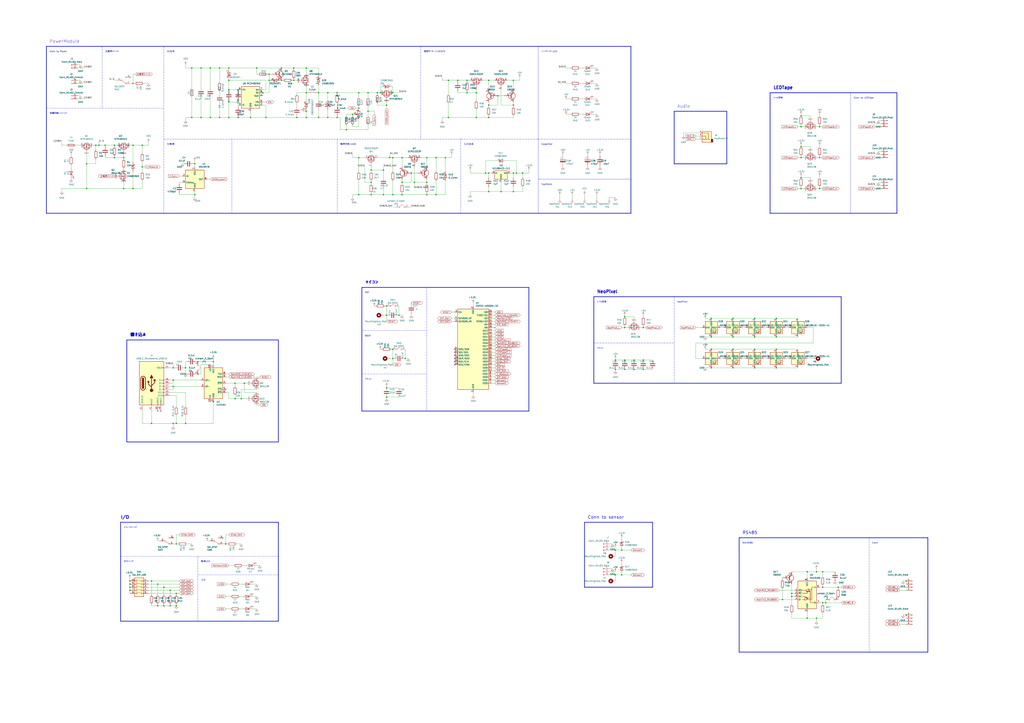
<source format=kicad_sch>
(kicad_sch (version 20211123) (generator eeschema)
  (paper "A1")
  (junction (at 662.94 508))
  (junction (at 513.08 260.35))
  (junction (at 187.96 73.66))
  (junction (at 180.34 55.88))
  (junction (at 322.58 76.2))
  (junction (at 505.46 452.12))
  (junction (at 160.02 134.62))
  (junction (at 144.78 347.98))
  (junction (at 106.68 477.52))
  (junction (at 317.5 259.08))
  (junction (at 340.36 149.86))
  (junction (at 670.56 469.9))
  (junction (at 129.54 497.84))
  (junction (at 601.98 287.02))
  (junction (at 601.98 302.26))
  (junction (at 294.64 88.9))
  (junction (at 144.78 497.84))
  (junction (at 302.26 91.44))
  (junction (at 142.24 302.26))
  (junction (at 185.42 447.04))
  (junction (at 93.98 129.54))
  (junction (at 429.26 142.24))
  (junction (at 124.46 477.52))
  (junction (at 657.86 129.54))
  (junction (at 317.5 326.39))
  (junction (at 401.32 66.04))
  (junction (at 657.86 120.65))
  (junction (at 350.52 149.86))
  (junction (at 269.24 96.52))
  (junction (at 421.64 86.36))
  (junction (at 675.64 495.3))
  (junction (at 391.16 76.2))
  (junction (at 302.26 76.2))
  (junction (at 670.56 508))
  (junction (at 322.58 160.02))
  (junction (at 289.56 93.98))
  (junction (at 513.08 295.91))
  (junction (at 327.66 259.08))
  (junction (at 129.54 480.06))
  (junction (at 408.94 78.74))
  (junction (at 175.26 330.2))
  (junction (at 294.64 160.02))
  (junction (at 744.22 477.52))
  (junction (at 195.58 96.52))
  (junction (at 330.2 129.54))
  (junction (at 657.86 146.05))
  (junction (at 314.96 160.02))
  (junction (at 317.5 251.46))
  (junction (at 200.66 314.96))
  (junction (at 320.04 129.54))
  (junction (at 251.46 76.2))
  (junction (at 322.58 287.02))
  (junction (at 312.42 76.2))
  (junction (at 744.22 505.46))
  (junction (at 637.54 287.02))
  (junction (at 175.26 297.18))
  (junction (at 220.98 60.96))
  (junction (at 220.98 66.04))
  (junction (at 294.64 76.2))
  (junction (at 160.02 160.02))
  (junction (at 673.1 154.94))
  (junction (at 424.18 142.24))
  (junction (at 675.64 469.9))
  (junction (at 218.44 96.52))
  (junction (at 101.6 129.54))
  (junction (at 619.76 302.26))
  (junction (at 106.68 485.14))
  (junction (at 152.4 347.98))
  (junction (at 261.62 96.52))
  (junction (at 124.46 347.98))
  (junction (at 513.08 303.53))
  (junction (at 243.84 96.52))
  (junction (at 528.32 269.24))
  (junction (at 165.1 96.52))
  (junction (at 215.9 76.2))
  (junction (at 304.8 149.86))
  (junction (at 368.3 96.52))
  (junction (at 294.64 129.54))
  (junction (at 101.6 154.94))
  (junction (at 157.48 96.52))
  (junction (at 391.16 96.52))
  (junction (at 411.48 157.48))
  (junction (at 106.68 482.6))
  (junction (at 675.64 482.6))
  (junction (at 657.86 154.94))
  (junction (at 505.46 472.44))
  (junction (at 401.32 142.24))
  (junction (at 510.54 452.12))
  (junction (at 584.2 261.62))
  (junction (at 421.64 157.48))
  (junction (at 116.84 137.16))
  (junction (at 365.76 129.54))
  (junction (at 637.54 302.26))
  (junction (at 398.78 142.24))
  (junction (at 231.14 66.04))
  (junction (at 241.3 66.04))
  (junction (at 142.24 347.98))
  (junction (at 673.1 104.14))
  (junction (at 152.4 307.34))
  (junction (at 601.98 276.86))
  (junction (at 637.54 261.62))
  (junction (at 528.32 303.53))
  (junction (at 350.52 160.02))
  (junction (at 109.22 119.38))
  (junction (at 251.46 55.88))
  (junction (at 162.56 297.18))
  (junction (at 134.62 482.6))
  (junction (at 139.7 497.84))
  (junction (at 231.14 55.88))
  (junction (at 152.4 302.26))
  (junction (at 187.96 96.52))
  (junction (at 375.92 66.04))
  (junction (at 322.58 129.54))
  (junction (at 317.5 318.77))
  (junction (at 139.7 485.14))
  (junction (at 205.74 96.52))
  (junction (at 144.78 487.68))
  (junction (at 650.24 490.22))
  (junction (at 662.94 469.9))
  (junction (at 421.64 66.04))
  (junction (at 317.5 86.36))
  (junction (at 134.62 497.84))
  (junction (at 195.58 73.66))
  (junction (at 505.46 295.91))
  (junction (at 187.96 55.88))
  (junction (at 314.96 139.7))
  (junction (at 510.54 472.44))
  (junction (at 142.24 317.5))
  (junction (at 513.08 269.24))
  (junction (at 619.76 261.62))
  (junction (at 673.1 129.54))
  (junction (at 251.46 91.44))
  (junction (at 276.86 76.2))
  (junction (at 241.3 55.88))
  (junction (at 165.1 55.88))
  (junction (at 358.14 129.54))
  (junction (at 584.2 302.26))
  (junction (at 657.86 95.25))
  (junction (at 401.32 157.48))
  (junction (at 106.68 480.06))
  (junction (at 657.86 104.14))
  (junction (at 330.2 160.02))
  (junction (at 678.18 495.3))
  (junction (at 261.62 76.2))
  (junction (at 86.36 119.38))
  (junction (at 304.8 139.7))
  (junction (at 520.7 303.53))
  (junction (at 251.46 96.52))
  (junction (at 368.3 66.04))
  (junction (at 284.48 106.68))
  (junction (at 109.22 68.58))
  (junction (at 401.32 96.52))
  (junction (at 116.84 119.38))
  (junction (at 688.34 482.6))
  (junction (at 332.74 294.64))
  (junction (at 193.04 314.96))
  (junction (at 619.76 276.86))
  (junction (at 421.64 142.24))
  (junction (at 187.96 66.04))
  (junction (at 78.74 119.38))
  (junction (at 358.14 160.02))
  (junction (at 505.46 303.53))
  (junction (at 401.32 86.36))
  (junction (at 144.78 447.04))
  (junction (at 187.96 83.82))
  (junction (at 269.24 76.2))
  (junction (at 642.62 492.76))
  (junction (at 93.98 119.38))
  (junction (at 210.82 55.88))
  (junction (at 180.34 96.52))
  (junction (at 304.8 160.02))
  (junction (at 383.54 66.04))
  (junction (at 172.72 55.88))
  (junction (at 309.88 76.2))
  (junction (at 71.12 134.62))
  (junction (at 276.86 96.52))
  (junction (at 601.98 261.62))
  (junction (at 142.24 312.42))
  (junction (at 337.82 142.24))
  (junction (at 584.2 287.02))
  (junction (at 584.2 276.86))
  (junction (at 528.32 295.91))
  (junction (at 350.52 129.54))
  (junction (at 619.76 287.02))
  (junction (at 322.58 294.64))
  (junction (at 81.28 119.38))
  (junction (at 520.7 295.91))
  (junction (at 193.04 327.66))
  (junction (at 383.54 76.2))
  (junction (at 198.12 327.66))
  (junction (at 637.54 276.86))
  (junction (at 71.12 154.94))
  (junction (at 162.56 307.34))
  (junction (at 172.72 96.52))
  (junction (at 109.22 154.94))
  (junction (at 330.2 149.86))
  (junction (at 157.48 55.88))
  (junction (at 650.24 487.68))
  (no_connect (at 373.38 294.64))
  (no_connect (at 373.38 299.72))
  (no_connect (at 129.54 337.82))
  (no_connect (at 373.38 289.56))
  (no_connect (at 373.38 297.18))
  (no_connect (at 142.24 441.96))
  (no_connect (at 132.08 337.82))
  (no_connect (at 373.38 287.02))
  (no_connect (at 185.42 320.04))
  (no_connect (at 373.38 292.1))
  (no_connect (at 406.4 269.24))
  (no_connect (at 182.88 441.96))
  (no_connect (at 106.68 63.5))
  (wire (pts (xy 655.32 104.14) (xy 657.86 104.14)))
  (wire (pts (xy 187.96 439.42) (xy 185.42 439.42)))
  (wire (pts (xy 657.86 128.27) (xy 657.86 129.54)))
  (wire (pts (xy 513.08 267.97) (xy 513.08 269.24)))
  (polyline (pts (xy 487.68 314.96) (xy 690.88 314.96)) (stroke (width 0.5) (type solid)))
  (wire (pts (xy 284.48 93.98) (xy 284.48 95.25)))
  (wire (pts (xy 627.38 269.24) (xy 629.92 269.24)))
  (wire (pts (xy 322.58 148.59) (xy 322.58 160.02)))
  (wire (pts (xy 175.26 297.18) (xy 175.26 299.72)))
  (wire (pts (xy 299.72 137.16) (xy 299.72 149.86)))
  (wire (pts (xy 121.92 477.52) (xy 124.46 477.52)))
  (wire (pts (xy 194.31 447.04) (xy 198.12 447.04)))
  (wire (pts (xy 139.7 312.42) (xy 142.24 312.42)))
  (wire (pts (xy 673.1 104.14) (xy 673.1 102.87)))
  (wire (pts (xy 370.84 127) (xy 370.84 129.54)))
  (wire (pts (xy 251.46 55.88) (xy 251.46 60.96)))
  (wire (pts (xy 317.5 251.46) (xy 317.5 259.08)))
  (wire (pts (xy 180.34 55.88) (xy 187.96 55.88)))
  (wire (pts (xy 320.04 129.54) (xy 322.58 129.54)))
  (wire (pts (xy 139.7 497.84) (xy 134.62 497.84)))
  (wire (pts (xy 591.82 294.64) (xy 594.36 294.64)))
  (wire (pts (xy 492.76 135.89) (xy 492.76 137.16)))
  (wire (pts (xy 571.5 281.94) (xy 571.5 294.64)))
  (wire (pts (xy 665.48 96.52) (xy 665.48 95.25)))
  (wire (pts (xy 309.88 85.09) (xy 309.88 86.36)))
  (wire (pts (xy 124.46 477.52) (xy 124.46 488.95)))
  (polyline (pts (xy 762 441.96) (xy 607.06 441.96)) (stroke (width 0.5) (type solid)))
  (wire (pts (xy 678.18 495.3) (xy 690.88 495.3)))
  (wire (pts (xy 403.86 284.48) (xy 406.4 284.48)))
  (wire (pts (xy 510.54 269.24) (xy 513.08 269.24)))
  (wire (pts (xy 165.1 55.88) (xy 165.1 72.39)))
  (wire (pts (xy 165.1 96.52) (xy 172.72 96.52)))
  (wire (pts (xy 383.54 66.04) (xy 386.08 66.04)))
  (wire (pts (xy 149.86 134.62) (xy 151.13 134.62)))
  (wire (pts (xy 144.78 347.98) (xy 152.4 347.98)))
  (wire (pts (xy 368.3 85.09) (xy 368.3 96.52)))
  (polyline (pts (xy 553.72 134.62) (xy 596.9 134.62)) (stroke (width 0.5) (type solid)))
  (wire (pts (xy 185.42 322.58) (xy 187.96 322.58)))
  (polyline (pts (xy 762 535.94) (xy 762 441.96)) (stroke (width 0.5) (type solid)))
  (wire (pts (xy 121.92 116.84) (xy 121.92 119.38)))
  (wire (pts (xy 144.78 447.04) (xy 146.05 447.04)))
  (polyline (pts (xy 698.5 76.2) (xy 736.6 76.2)) (stroke (width 0.5) (type solid)))
  (wire (pts (xy 139.7 322.58) (xy 152.4 322.58)))
  (wire (pts (xy 421.64 83.82) (xy 421.64 86.36)))
  (wire (pts (xy 476.25 81.28) (xy 478.79 81.28)))
  (wire (pts (xy 187.96 66.04) (xy 218.44 66.04)))
  (wire (pts (xy 415.29 132.08) (xy 424.18 132.08)))
  (wire (pts (xy 386.08 139.7) (xy 386.08 142.24)))
  (wire (pts (xy 401.32 86.36) (xy 408.94 86.36)))
  (wire (pts (xy 165.1 80.01) (xy 165.1 96.52)))
  (wire (pts (xy 185.42 314.96) (xy 193.04 314.96)))
  (wire (pts (xy 482.6 135.89) (xy 482.6 137.16)))
  (wire (pts (xy 200.66 314.96) (xy 203.2 314.96)))
  (wire (pts (xy 284.48 106.68) (xy 279.4 106.68)))
  (wire (pts (xy 152.4 322.58) (xy 152.4 334.01)))
  (wire (pts (xy 584.2 302.26) (xy 601.98 302.26)))
  (wire (pts (xy 71.12 127) (xy 71.12 134.62)))
  (wire (pts (xy 219.71 60.96) (xy 220.98 60.96)))
  (wire (pts (xy 187.96 96.52) (xy 195.58 96.52)))
  (wire (pts (xy 289.56 160.02) (xy 294.64 160.02)))
  (wire (pts (xy 193.04 325.12) (xy 193.04 327.66)))
  (wire (pts (xy 675.64 482.6) (xy 688.34 482.6)))
  (wire (pts (xy 279.4 106.68) (xy 279.4 96.52)))
  (polyline (pts (xy 518.16 175.26) (xy 38.1 175.26)) (stroke (width 0.5) (type solid)))
  (wire (pts (xy 289.56 129.54) (xy 294.64 129.54)))
  (wire (pts (xy 243.84 66.04) (xy 241.3 66.04)))
  (wire (pts (xy 269.24 76.2) (xy 269.24 82.55)))
  (wire (pts (xy 218.44 96.52) (xy 243.84 96.52)))
  (wire (pts (xy 322.58 160.02) (xy 330.2 160.02)))
  (wire (pts (xy 462.28 135.89) (xy 462.28 137.16)))
  (wire (pts (xy 302.26 76.2) (xy 302.26 80.01)))
  (wire (pts (xy 510.54 462.28) (xy 510.54 463.55)))
  (polyline (pts (xy 434.34 337.82) (xy 434.34 236.22)) (stroke (width 0.5) (type solid)))
  (wire (pts (xy 101.6 127) (xy 101.6 129.54)))
  (wire (pts (xy 269.24 96.52) (xy 276.86 96.52)))
  (wire (pts (xy 528.32 259.08) (xy 528.32 260.35)))
  (wire (pts (xy 403.86 314.96) (xy 406.4 314.96)))
  (wire (pts (xy 71.12 154.94) (xy 50.8 154.94)))
  (wire (pts (xy 276.86 77.47) (xy 276.86 76.2)))
  (wire (pts (xy 195.58 86.36) (xy 195.58 87.63)))
  (wire (pts (xy 193.04 314.96) (xy 193.04 317.5)))
  (wire (pts (xy 579.12 302.26) (xy 584.2 302.26)))
  (wire (pts (xy 116.84 119.38) (xy 116.84 125.73)))
  (wire (pts (xy 317.5 318.77) (xy 327.66 318.77)))
  (wire (pts (xy 302.26 102.87) (xy 302.26 106.68)))
  (wire (pts (xy 642.62 483.87) (xy 642.62 492.76)))
  (wire (pts (xy 187.96 73.66) (xy 195.58 73.66)))
  (wire (pts (xy 116.84 137.16) (xy 119.38 137.16)))
  (wire (pts (xy 153.67 297.18) (xy 152.4 297.18)))
  (wire (pts (xy 670.56 104.14) (xy 673.1 104.14)))
  (wire (pts (xy 50.8 116.84) (xy 50.8 119.38)))
  (wire (pts (xy 78.74 134.62) (xy 71.12 134.62)))
  (wire (pts (xy 619.76 302.26) (xy 637.54 302.26)))
  (wire (pts (xy 513.08 269.24) (xy 515.62 269.24)))
  (wire (pts (xy 121.92 487.68) (xy 144.78 487.68)))
  (wire (pts (xy 144.78 487.68) (xy 147.32 487.68)))
  (wire (pts (xy 650.24 490.22) (xy 652.78 490.22)))
  (wire (pts (xy 106.68 485.14) (xy 106.68 487.68)))
  (wire (pts (xy 63.5 81.28) (xy 68.58 81.28)))
  (wire (pts (xy 505.46 303.53) (xy 513.08 303.53)))
  (wire (pts (xy 386.08 157.48) (xy 401.32 157.48)))
  (wire (pts (xy 116.84 133.35) (xy 116.84 137.16)))
  (wire (pts (xy 744.22 505.46) (xy 741.68 505.46)))
  (wire (pts (xy 152.4 297.18) (xy 152.4 302.26)))
  (wire (pts (xy 486.41 81.28) (xy 490.22 81.28)))
  (wire (pts (xy 510.54 452.12) (xy 505.46 452.12)))
  (wire (pts (xy 215.9 78.74) (xy 215.9 76.2)))
  (wire (pts (xy 185.42 307.34) (xy 187.96 307.34)))
  (wire (pts (xy 744.22 510.54) (xy 739.14 510.54)))
  (wire (pts (xy 63.5 78.74) (xy 66.04 78.74)))
  (wire (pts (xy 86.36 129.54) (xy 93.98 129.54)))
  (wire (pts (xy 200.66 322.58) (xy 210.82 322.58)))
  (wire (pts (xy 340.36 137.16) (xy 340.36 149.86)))
  (wire (pts (xy 93.98 119.38) (xy 93.98 120.65)))
  (wire (pts (xy 284.48 93.98) (xy 289.56 93.98)))
  (polyline (pts (xy 607.06 535.94) (xy 762 535.94)) (stroke (width 0.5) (type solid)))
  (wire (pts (xy 142.24 347.98) (xy 144.78 347.98)))
  (wire (pts (xy 157.48 96.52) (xy 165.1 96.52)))
  (wire (pts (xy 403.86 259.08) (xy 406.4 259.08)))
  (wire (pts (xy 584.2 287.02) (xy 601.98 287.02)))
  (wire (pts (xy 670.56 508) (xy 662.94 508)))
  (wire (pts (xy 185.42 480.06) (xy 189.23 480.06)))
  (wire (pts (xy 330.2 158.75) (xy 330.2 160.02)))
  (wire (pts (xy 365.76 160.02) (xy 358.14 160.02)))
  (wire (pts (xy 403.86 304.8) (xy 406.4 304.8)))
  (wire (pts (xy 160.02 157.48) (xy 160.02 160.02)))
  (wire (pts (xy 718.82 104.14) (xy 723.9 104.14)))
  (wire (pts (xy 321.31 287.02) (xy 322.58 287.02)))
  (polyline (pts (xy 83.82 38.1) (xy 83.82 88.9)))
  (wire (pts (xy 363.22 66.04) (xy 368.3 66.04)))
  (wire (pts (xy 86.36 119.38) (xy 86.36 120.65)))
  (wire (pts (xy 584.2 261.62) (xy 601.98 261.62)))
  (wire (pts (xy 584.2 276.86) (xy 601.98 276.86)))
  (wire (pts (xy 321.31 71.12) (xy 322.58 71.12)))
  (wire (pts (xy 518.16 472.44) (xy 510.54 472.44)))
  (wire (pts (xy 210.82 332.74) (xy 213.36 332.74)))
  (wire (pts (xy 388.62 322.58) (xy 388.62 325.12)))
  (wire (pts (xy 665.48 146.05) (xy 657.86 146.05)))
  (wire (pts (xy 261.62 69.85) (xy 261.62 76.2)))
  (wire (pts (xy 464.82 55.88) (xy 468.63 55.88)))
  (wire (pts (xy 403.86 274.32) (xy 406.4 274.32)))
  (wire (pts (xy 157.48 55.88) (xy 157.48 72.39)))
  (wire (pts (xy 196.85 500.38) (xy 199.39 500.38)))
  (wire (pts (xy 411.48 157.48) (xy 421.64 157.48)))
  (wire (pts (xy 215.9 86.36) (xy 218.44 86.36)))
  (wire (pts (xy 510.54 472.44) (xy 505.46 472.44)))
  (wire (pts (xy 93.98 129.54) (xy 101.6 129.54)))
  (wire (pts (xy 673.1 482.6) (xy 675.64 482.6)))
  (wire (pts (xy 340.36 149.86) (xy 340.36 154.94)))
  (polyline (pts (xy 99.06 510.54) (xy 99.06 429.26)) (stroke (width 0.5) (type solid)))
  (wire (pts (xy 637.54 276.86) (xy 655.32 276.86)))
  (wire (pts (xy 528.32 269.24) (xy 530.86 269.24)))
  (wire (pts (xy 322.58 294.64) (xy 323.85 294.64)))
  (wire (pts (xy 403.86 309.88) (xy 406.4 309.88)))
  (wire (pts (xy 330.2 160.02) (xy 350.52 160.02)))
  (wire (pts (xy 121.92 480.06) (xy 129.54 480.06)))
  (wire (pts (xy 218.44 73.66) (xy 215.9 73.66)))
  (wire (pts (xy 62.23 119.38) (xy 66.04 119.38)))
  (wire (pts (xy 142.24 320.04) (xy 142.24 317.5)))
  (wire (pts (xy 650.24 508) (xy 662.94 508)))
  (wire (pts (xy 129.54 444.5) (xy 132.08 444.5)))
  (wire (pts (xy 180.34 55.88) (xy 180.34 67.31)))
  (wire (pts (xy 358.14 129.54) (xy 365.76 129.54)))
  (wire (pts (xy 317.5 326.39) (xy 317.5 327.66)))
  (polyline (pts (xy 297.18 337.82) (xy 434.34 337.82)) (stroke (width 0.5) (type solid)))
  (wire (pts (xy 363.22 63.5) (xy 363.22 66.04)))
  (polyline (pts (xy 134.62 38.1) (xy 134.62 88.9)))
  (polyline (pts (xy 350.52 236.22) (xy 350.52 337.82)))
  (wire (pts (xy 124.46 477.52) (xy 147.32 477.52)))
  (wire (pts (xy 147.32 151.13) (xy 147.32 149.86)))
  (wire (pts (xy 106.68 480.06) (xy 106.68 482.6)))
  (wire (pts (xy 134.62 482.6) (xy 147.32 482.6)))
  (wire (pts (xy 139.7 497.84) (xy 139.7 496.57)))
  (wire (pts (xy 220.98 60.96) (xy 220.98 66.04)))
  (wire (pts (xy 609.6 269.24) (xy 612.14 269.24)))
  (wire (pts (xy 388.62 248.92) (xy 388.62 251.46)))
  (wire (pts (xy 721.36 124.46) (xy 723.9 124.46)))
  (wire (pts (xy 718.82 127) (xy 723.9 127)))
  (wire (pts (xy 307.34 251.46) (xy 308.61 251.46)))
  (polyline (pts (xy 83.82 88.9) (xy 134.62 88.9)))
  (wire (pts (xy 500.38 162.56) (xy 505.46 162.56)))
  (wire (pts (xy 718.82 101.6) (xy 723.9 101.6)))
  (wire (pts (xy 170.18 147.32) (xy 172.72 147.32)))
  (wire (pts (xy 673.1 154.94) (xy 673.1 153.67)))
  (wire (pts (xy 505.46 303.53) (xy 505.46 304.8)))
  (wire (pts (xy 650.24 487.68) (xy 650.24 490.22)))
  (wire (pts (xy 269.24 76.2) (xy 276.86 76.2)))
  (wire (pts (xy 657.86 153.67) (xy 657.86 154.94)))
  (wire (pts (xy 505.46 472.44) (xy 505.46 477.52)))
  (wire (pts (xy 81.28 116.84) (xy 81.28 119.38)))
  (wire (pts (xy 165.1 55.88) (xy 172.72 55.88)))
  (wire (pts (xy 195.58 74.93) (xy 195.58 73.66)))
  (wire (pts (xy 218.44 73.66) (xy 218.44 66.04)))
  (wire (pts (xy 637.54 287.02) (xy 655.32 287.02)))
  (wire (pts (xy 330.2 147.32) (xy 330.2 149.86)))
  (wire (pts (xy 314.96 153.67) (xy 314.96 160.02)))
  (polyline (pts (xy 736.6 76.2) (xy 736.6 175.26)) (stroke (width 0.5) (type solid)))
  (wire (pts (xy 172.72 299.72) (xy 165.1 299.72)))
  (wire (pts (xy 322.58 76.2) (xy 327.66 76.2)))
  (wire (pts (xy 464.82 93.98) (xy 468.63 93.98)))
  (wire (pts (xy 109.22 119.38) (xy 116.84 119.38)))
  (wire (pts (xy 505.46 469.9) (xy 500.38 469.9)))
  (wire (pts (xy 662.94 294.64) (xy 668.02 294.64)))
  (wire (pts (xy 317.5 259.08) (xy 317.5 264.16)))
  (wire (pts (xy 309.88 86.36) (xy 317.5 86.36)))
  (wire (pts (xy 391.16 90.17) (xy 391.16 96.52)))
  (wire (pts (xy 320.04 127) (xy 320.04 129.54)))
  (wire (pts (xy 476.25 93.98) (xy 478.79 93.98)))
  (wire (pts (xy 421.64 86.36) (xy 421.64 87.63)))
  (wire (pts (xy 650.24 469.9) (xy 662.94 469.9)))
  (wire (pts (xy 185.42 447.04) (xy 186.69 447.04)))
  (wire (pts (xy 561.34 109.22) (xy 574.04 109.22)))
  (wire (pts (xy 421.64 153.67) (xy 421.64 157.48)))
  (wire (pts (xy 383.54 76.2) (xy 391.16 76.2)))
  (wire (pts (xy 142.24 312.42) (xy 165.1 312.42)))
  (wire (pts (xy 520.7 295.91) (xy 528.32 295.91)))
  (wire (pts (xy 309.88 76.2) (xy 312.42 76.2)))
  (wire (pts (xy 721.36 99.06) (xy 723.9 99.06)))
  (wire (pts (xy 640.08 492.76) (xy 642.62 492.76)))
  (wire (pts (xy 124.46 497.84) (xy 129.54 497.84)))
  (wire (pts (xy 365.76 148.59) (xy 365.76 160.02)))
  (wire (pts (xy 480.06 160.02) (xy 480.06 162.56)))
  (wire (pts (xy 688.34 482.6) (xy 688.34 483.87)))
  (wire (pts (xy 144.78 497.84) (xy 139.7 497.84)))
  (wire (pts (xy 269.24 96.52) (xy 269.24 90.17)))
  (wire (pts (xy 670.56 154.94) (xy 673.1 154.94)))
  (wire (pts (xy 510.54 450.85) (xy 510.54 452.12)))
  (wire (pts (xy 124.46 347.98) (xy 124.46 337.82)))
  (wire (pts (xy 744.22 482.6) (xy 739.14 482.6)))
  (wire (pts (xy 142.24 299.72) (xy 142.24 302.26)))
  (wire (pts (xy 302.26 91.44) (xy 302.26 95.25)))
  (wire (pts (xy 662.94 469.9) (xy 670.56 469.9)))
  (wire (pts (xy 650.24 480.06) (xy 650.24 487.68)))
  (wire (pts (xy 251.46 96.52) (xy 261.62 96.52)))
  (wire (pts (xy 370.84 261.62) (xy 373.38 261.62)))
  (wire (pts (xy 302.26 91.44) (xy 307.34 91.44)))
  (wire (pts (xy 134.62 497.84) (xy 134.62 496.57)))
  (wire (pts (xy 276.86 95.25) (xy 276.86 96.52)))
  (wire (pts (xy 106.68 482.6) (xy 106.68 485.14)))
  (wire (pts (xy 304.8 149.86) (xy 304.8 151.13)))
  (wire (pts (xy 209.55 464.82) (xy 213.36 464.82)))
  (wire (pts (xy 187.96 66.04) (xy 187.96 73.66)))
  (wire (pts (xy 363.22 96.52) (xy 363.22 99.06)))
  (wire (pts (xy 673.1 144.78) (xy 673.1 146.05)))
  (polyline (pts (xy 104.14 279.4) (xy 228.6 279.4)) (stroke (width 0.5) (type solid)))
  (wire (pts (xy 398.78 142.24) (xy 401.32 142.24)))
  (wire (pts (xy 205.74 91.44) (xy 205.74 96.52)))
  (wire (pts (xy 403.86 264.16) (xy 406.4 264.16)))
  (wire (pts (xy 243.84 95.25) (xy 243.84 96.52)))
  (wire (pts (xy 172.72 55.88) (xy 172.72 72.39)))
  (wire (pts (xy 665.48 120.65) (xy 657.86 120.65)))
  (polyline (pts (xy 297.18 236.22) (xy 297.18 337.82)) (stroke (width 0.5) (type solid)))
  (wire (pts (xy 243.84 77.47) (xy 243.84 76.2)))
  (wire (pts (xy 396.24 66.04) (xy 401.32 66.04)))
  (wire (pts (xy 109.22 119.38) (xy 109.22 133.35)))
  (wire (pts (xy 657.86 129.54) (xy 660.4 129.54)))
  (wire (pts (xy 195.58 82.55) (xy 195.58 83.82)))
  (wire (pts (xy 165.1 299.72) (xy 165.1 307.34)))
  (wire (pts (xy 505.46 295.91) (xy 513.08 295.91)))
  (wire (pts (xy 109.22 60.96) (xy 109.22 68.58)))
  (wire (pts (xy 421.64 66.04) (xy 426.72 66.04)))
  (wire (pts (xy 332.74 294.64) (xy 331.47 294.64)))
  (polyline (pts (xy 99.06 429.26) (xy 228.6 429.26)) (stroke (width 0.5) (type solid)))
  (wire (pts (xy 207.01 500.38) (xy 210.82 500.38)))
  (wire (pts (xy 144.78 488.95) (xy 144.78 487.68)))
  (wire (pts (xy 368.3 66.04) (xy 368.3 77.47)))
  (wire (pts (xy 294.64 104.14) (xy 289.56 104.14)))
  (wire (pts (xy 505.46 452.12) (xy 505.46 457.2)))
  (polyline (pts (xy 736.6 175.26) (xy 632.46 175.26)) (stroke (width 0.5) (type solid)))
  (wire (pts (xy 307.34 91.44) (xy 307.34 93.98)))
  (wire (pts (xy 106.68 119.38) (xy 109.22 119.38)))
  (wire (pts (xy 401.32 142.24) (xy 403.86 142.24)))
  (wire (pts (xy 429.26 142.24) (xy 434.34 142.24)))
  (wire (pts (xy 144.78 341.63) (xy 144.78 347.98)))
  (wire (pts (xy 196.85 490.22) (xy 199.39 490.22)))
  (wire (pts (xy 180.34 96.52) (xy 187.96 96.52)))
  (wire (pts (xy 198.12 320.04) (xy 210.82 320.04)))
  (wire (pts (xy 688.34 492.76) (xy 688.34 491.49)))
  (wire (pts (xy 350.52 129.54) (xy 358.14 129.54)))
  (wire (pts (xy 403.86 312.42) (xy 406.4 312.42)))
  (polyline (pts (xy 276.86 114.3) (xy 276.86 175.26)))
  (wire (pts (xy 63.5 68.58) (xy 68.58 68.58)))
  (wire (pts (xy 260.35 76.2) (xy 261.62 76.2)))
  (wire (pts (xy 187.96 83.82) (xy 195.58 83.82)))
  (wire (pts (xy 486.41 68.58) (xy 490.22 68.58)))
  (wire (pts (xy 142.24 312.42) (xy 142.24 314.96)))
  (wire (pts (xy 116.84 337.82) (xy 116.84 347.98)))
  (wire (pts (xy 78.74 119.38) (xy 81.28 119.38)))
  (wire (pts (xy 243.84 96.52) (xy 251.46 96.52)))
  (wire (pts (xy 185.42 439.42) (xy 185.42 447.04)))
  (wire (pts (xy 375.92 66.04) (xy 375.92 67.31)))
  (polyline (pts (xy 190.5 114.3) (xy 190.5 175.26)))
  (wire (pts (xy 476.25 55.88) (xy 478.79 55.88)))
  (wire (pts (xy 304.8 139.7) (xy 314.96 139.7)))
  (wire (pts (xy 193.04 314.96) (xy 200.66 314.96)))
  (wire (pts (xy 144.78 439.42) (xy 144.78 447.04)))
  (wire (pts (xy 675.64 481.33) (xy 675.64 482.6)))
  (wire (pts (xy 744.22 477.52) (xy 744.22 480.06)))
  (wire (pts (xy 78.74 130.81) (xy 78.74 134.62)))
  (wire (pts (xy 101.6 129.54) (xy 101.6 130.81)))
  (wire (pts (xy 161.29 307.34) (xy 162.56 307.34)))
  (wire (pts (xy 144.78 325.12) (xy 144.78 334.01)))
  (wire (pts (xy 675.64 495.3) (xy 678.18 495.3)))
  (wire (pts (xy 662.94 502.92) (xy 662.94 508)))
  (wire (pts (xy 161.29 297.18) (xy 162.56 297.18)))
  (wire (pts (xy 220.98 66.04) (xy 222.25 66.04)))
  (wire (pts (xy 220.98 66.04) (xy 220.98 76.2)))
  (wire (pts (xy 322.58 299.72) (xy 322.58 294.64)))
  (wire (pts (xy 657.86 154.94) (xy 660.4 154.94)))
  (wire (pts (xy 718.82 154.94) (xy 723.9 154.94)))
  (wire (pts (xy 386.08 142.24) (xy 398.78 142.24)))
  (wire (pts (xy 58.42 146.05) (xy 58.42 147.32)))
  (wire (pts (xy 151.13 302.26) (xy 152.4 302.26)))
  (wire (pts (xy 276.86 85.09) (xy 276.86 87.63)))
  (polyline (pts (xy 480.06 429.26) (xy 480.06 482.6)) (stroke (width 0.5) (type solid)))
  (wire (pts (xy 403.86 307.34) (xy 406.4 307.34)))
  (wire (pts (xy 637.54 261.62) (xy 655.32 261.62)))
  (wire (pts (xy 650.24 504.19) (xy 650.24 508)))
  (wire (pts (xy 139.7 320.04) (xy 142.24 320.04)))
  (wire (pts (xy 243.84 76.2) (xy 251.46 76.2)))
  (polyline (pts (xy 480.06 482.6) (xy 535.94 482.6)) (stroke (width 0.5) (type solid)))
  (wire (pts (xy 601.98 261.62) (xy 619.76 261.62)))
  (wire (pts (xy 330.2 149.86) (xy 337.82 149.86)))
  (wire (pts (xy 637.54 302.26) (xy 655.32 302.26)))
  (wire (pts (xy 200.66 314.96) (xy 200.66 322.58)))
  (wire (pts (xy 718.82 129.54) (xy 723.9 129.54)))
  (wire (pts (xy 403.86 297.18) (xy 406.4 297.18)))
  (wire (pts (xy 139.7 317.5) (xy 142.24 317.5)))
  (polyline (pts (xy 632.46 76.2) (xy 698.5 76.2)) (stroke (width 0.5) (type solid)))
  (wire (pts (xy 370.84 256.54) (xy 373.38 256.54)))
  (wire (pts (xy 187.96 55.88) (xy 210.82 55.88)))
  (wire (pts (xy 302.26 76.2) (xy 309.88 76.2)))
  (polyline (pts (xy 713.74 441.96) (xy 713.74 535.94)))
  (wire (pts (xy 744.22 513.08) (xy 739.14 513.08)))
  (wire (pts (xy 220.98 60.96) (xy 223.52 60.96)))
  (wire (pts (xy 93.98 128.27) (xy 93.98 129.54)))
  (wire (pts (xy 185.42 500.38) (xy 189.23 500.38)))
  (wire (pts (xy 106.68 474.98) (xy 106.68 477.52)))
  (wire (pts (xy 327.66 251.46) (xy 327.66 259.08)))
  (wire (pts (xy 486.41 55.88) (xy 490.22 55.88)))
  (wire (pts (xy 486.41 93.98) (xy 490.22 93.98)))
  (wire (pts (xy 93.98 66.04) (xy 96.52 66.04)))
  (wire (pts (xy 220.98 76.2) (xy 215.9 76.2)))
  (wire (pts (xy 421.64 142.24) (xy 424.18 142.24)))
  (polyline (pts (xy 99.06 457.2) (xy 228.6 457.2)))
  (wire (pts (xy 187.96 55.88) (xy 187.96 57.15)))
  (wire (pts (xy 129.54 480.06) (xy 129.54 488.95)))
  (wire (pts (xy 398.78 132.08) (xy 407.67 132.08)))
  (wire (pts (xy 675.64 508) (xy 670.56 508)))
  (wire (pts (xy 421.64 157.48) (xy 429.26 157.48)))
  (wire (pts (xy 520.7 260.35) (xy 513.08 260.35)))
  (wire (pts (xy 673.1 129.54) (xy 673.1 128.27)))
  (wire (pts (xy 63.5 53.34) (xy 66.04 53.34)))
  (wire (pts (xy 665.48 121.92) (xy 665.48 120.65)))
  (wire (pts (xy 317.5 259.08) (xy 318.77 259.08)))
  (wire (pts (xy 109.22 140.97) (xy 109.22 154.94)))
  (wire (pts (xy 513.08 295.91) (xy 520.7 295.91)))
  (wire (pts (xy 142.24 447.04) (xy 144.78 447.04)))
  (wire (pts (xy 673.1 119.38) (xy 673.1 120.65)))
  (wire (pts (xy 459.74 160.02) (xy 459.74 162.56)))
  (wire (pts (xy 675.64 469.9) (xy 685.8 469.9)))
  (wire (pts (xy 294.64 129.54) (xy 294.64 140.97)))
  (wire (pts (xy 58.42 135.89) (xy 58.42 138.43)))
  (wire (pts (xy 337.82 248.92) (xy 337.82 250.19)))
  (wire (pts (xy 294.64 88.9) (xy 292.1 88.9)))
  (wire (pts (xy 403.86 299.72) (xy 406.4 299.72)))
  (wire (pts (xy 335.28 170.18) (xy 337.82 170.18)))
  (wire (pts (xy 744.22 505.46) (xy 744.22 508)))
  (wire (pts (xy 251.46 76.2) (xy 252.73 76.2)))
  (wire (pts (xy 655.32 129.54) (xy 657.86 129.54)))
  (wire (pts (xy 337.82 142.24) (xy 342.9 142.24)))
  (wire (pts (xy 619.76 276.86) (xy 637.54 276.86)))
  (wire (pts (xy 464.82 81.28) (xy 468.63 81.28)))
  (wire (pts (xy 317.5 83.82) (xy 317.5 86.36)))
  (wire (pts (xy 391.16 96.52) (xy 401.32 96.52)))
  (polyline (pts (xy 553.72 243.84) (xy 553.72 314.96)))
  (wire (pts (xy 528.32 295.91) (xy 535.94 295.91)))
  (wire (pts (xy 403.86 276.86) (xy 406.4 276.86)))
  (wire (pts (xy 289.56 104.14) (xy 289.56 102.87)))
  (wire (pts (xy 619.76 287.02) (xy 637.54 287.02)))
  (wire (pts (xy 421.64 95.25) (xy 421.64 96.52)))
  (wire (pts (xy 187.96 464.82) (xy 191.77 464.82)))
  (polyline (pts (xy 297.18 236.22) (xy 434.34 236.22)) (stroke (width 0.5) (type solid)))
  (wire (pts (xy 375.92 74.93) (xy 375.92 76.2)))
  (wire (pts (xy 101.6 149.86) (xy 101.6 154.94)))
  (wire (pts (xy 401.32 153.67) (xy 401.32 157.48)))
  (wire (pts (xy 218.44 86.36) (xy 218.44 96.52)))
  (polyline (pts (xy 378.46 114.3) (xy 378.46 175.26)))
  (wire (pts (xy 403.86 281.94) (xy 406.4 281.94)))
  (wire (pts (xy 386.08 157.48) (xy 386.08 160.02)))
  (polyline (pts (xy 38.1 88.9) (xy 83.82 88.9)))
  (wire (pts (xy 365.76 129.54) (xy 365.76 140.97)))
  (wire (pts (xy 464.82 68.58) (xy 468.63 68.58)))
  (wire (pts (xy 302.26 87.63) (xy 302.26 91.44)))
  (polyline (pts (xy 553.72 91.44) (xy 553.72 134.62)) (stroke (width 0.5) (type solid)))
  (wire (pts (xy 403.86 266.7) (xy 406.4 266.7)))
  (wire (pts (xy 520.7 303.53) (xy 528.32 303.53)))
  (wire (pts (xy 106.68 68.58) (xy 109.22 68.58)))
  (wire (pts (xy 657.86 119.38) (xy 657.86 120.65)))
  (wire (pts (xy 601.98 276.86) (xy 619.76 276.86)))
  (wire (pts (xy 187.96 83.82) (xy 187.96 96.52)))
  (wire (pts (xy 642.62 474.98) (xy 642.62 476.25)))
  (wire (pts (xy 403.86 279.4) (xy 406.4 279.4)))
  (wire (pts (xy 429.26 142.24) (xy 429.26 146.05)))
  (wire (pts (xy 118.11 68.58) (xy 121.92 68.58)))
  (wire (pts (xy 172.72 80.01) (xy 172.72 96.52)))
  (wire (pts (xy 231.14 66.04) (xy 232.41 66.04)))
  (wire (pts (xy 175.26 330.2) (xy 175.26 347.98)))
  (wire (pts (xy 505.46 449.58) (xy 500.38 449.58)))
  (wire (pts (xy 93.98 119.38) (xy 96.52 119.38)))
  (wire (pts (xy 116.84 347.98) (xy 124.46 347.98)))
  (wire (pts (xy 261.62 90.17) (xy 261.62 96.52)))
  (polyline (pts (xy 518.16 38.1) (xy 518.16 175.26)) (stroke (width 0.5) (type solid)))
  (wire (pts (xy 309.88 76.2) (xy 309.88 77.47)))
  (wire (pts (xy 187.96 327.66) (xy 193.04 327.66)))
  (polyline (pts (xy 228.6 363.22) (xy 228.6 279.4)) (stroke (width 0.5) (type solid)))
  (wire (pts (xy 668.02 269.24) (xy 668.02 281.94)))
  (wire (pts (xy 434.34 139.7) (xy 434.34 142.24)))
  (wire (pts (xy 195.58 95.25) (xy 195.58 96.52)))
  (wire (pts (xy 411.48 149.86) (xy 411.48 157.48)))
  (wire (pts (xy 327.66 259.08) (xy 326.39 259.08)))
  (polyline (pts (xy 632.46 175.26) (xy 632.46 76.2)) (stroke (width 0.5) (type solid)))
  (wire (pts (xy 294.64 97.79) (xy 294.64 104.14)))
  (wire (pts (xy 289.56 162.56) (xy 289.56 160.02)))
  (wire (pts (xy 109.22 154.94) (xy 116.84 154.94)))
  (wire (pts (xy 294.64 148.59) (xy 294.64 160.02)))
  (wire (pts (xy 147.32 149.86) (xy 149.86 149.86)))
  (wire (pts (xy 124.46 497.84) (xy 124.46 496.57)))
  (polyline (pts (xy 134.62 88.9) (xy 134.62 175.26)))
  (wire (pts (xy 304.8 160.02) (xy 304.8 158.75)))
  (wire (pts (xy 337.82 149.86) (xy 337.82 142.24)))
  (wire (pts (xy 317.5 86.36) (xy 317.5 88.9)))
  (wire (pts (xy 579.12 287.02) (xy 584.2 287.02)))
  (wire (pts (xy 368.3 96.52) (xy 391.16 96.52)))
  (wire (pts (xy 152.4 96.52) (xy 152.4 99.06)))
  (wire (pts (xy 330.2 129.54) (xy 330.2 137.16)))
  (wire (pts (xy 401.32 96.52) (xy 421.64 96.52)))
  (wire (pts (xy 284.48 102.87) (xy 284.48 106.68)))
  (wire (pts (xy 180.34 85.09) (xy 180.34 96.52)))
  (wire (pts (xy 332.74 287.02) (xy 332.74 294.64)))
  (wire (pts (xy 294.64 76.2) (xy 302.26 76.2)))
  (wire (pts (xy 408.94 86.36) (xy 408.94 78.74)))
  (wire (pts (xy 147.32 160.02) (xy 160.02 160.02)))
  (wire (pts (xy 50.8 154.94) (xy 50.8 157.48)))
  (polyline (pts (xy 99.06 510.54) (xy 228.6 510.54)) (stroke (width 0.5) (type solid)))
  (wire (pts (xy 744.22 485.14) (xy 739.14 485.14)))
  (wire (pts (xy 650.24 487.68) (xy 652.78 487.68)))
  (wire (pts (xy 383.54 74.93) (xy 383.54 76.2)))
  (wire (pts (xy 160.02 160.02) (xy 160.02 162.56)))
  (wire (pts (xy 411.48 86.36) (xy 421.64 86.36)))
  (wire (pts (xy 579.12 276.86) (xy 584.2 276.86)))
  (wire (pts (xy 513.08 303.53) (xy 520.7 303.53)))
  (wire (pts (xy 645.16 269.24) (xy 647.7 269.24)))
  (wire (pts (xy 571.5 269.24) (xy 576.58 269.24)))
  (wire (pts (xy 518.16 452.12) (xy 510.54 452.12)))
  (wire (pts (xy 520.7 261.62) (xy 520.7 260.35)))
  (wire (pts (xy 469.9 160.02) (xy 469.9 162.56)))
  (polyline (pts (xy 441.96 109.22) (xy 441.96 38.1)) (stroke (width 0) (type solid)))
  (wire (pts (xy 403.86 294.64) (xy 406.4 294.64)))
  (polyline (pts (xy 38.1 175.26) (xy 38.1 38.1)) (stroke (width 0.5) (type solid)))
  (wire (pts (xy 207.01 490.22) (xy 210.82 490.22)))
  (wire (pts (xy 571.5 294.64) (xy 576.58 294.64)))
  (wire (pts (xy 71.12 154.94) (xy 101.6 154.94)))
  (wire (pts (xy 289.56 93.98) (xy 289.56 95.25)))
  (wire (pts (xy 505.46 294.64) (xy 505.46 295.91)))
  (wire (pts (xy 294.64 80.01) (xy 294.64 76.2)))
  (wire (pts (xy 492.76 127) (xy 492.76 128.27)))
  (wire (pts (xy 525.78 269.24) (xy 528.32 269.24)))
  (wire (pts (xy 152.4 96.52) (xy 157.48 96.52)))
  (wire (pts (xy 403.86 256.54) (xy 406.4 256.54)))
  (wire (pts (xy 675.64 495.3) (xy 675.64 496.57)))
  (wire (pts (xy 678.18 495.3) (xy 678.18 492.76)))
  (wire (pts (xy 170.18 444.5) (xy 172.72 444.5)))
  (wire (pts (xy 350.52 147.32) (xy 350.52 149.86)))
  (wire (pts (xy 665.48 95.25) (xy 657.86 95.25)))
  (wire (pts (xy 158.75 134.62) (xy 160.02 134.62)))
  (wire (pts (xy 528.32 303.53) (xy 535.94 303.53)))
  (wire (pts (xy 627.38 294.64) (xy 629.92 294.64)))
  (wire (pts (xy 160.02 134.62) (xy 160.02 137.16)))
  (wire (pts (xy 591.82 269.24) (xy 594.36 269.24)))
  (wire (pts (xy 304.8 160.02) (xy 314.96 160.02)))
  (wire (pts (xy 180.34 74.93) (xy 180.34 77.47)))
  (wire (pts (xy 365.76 129.54) (xy 370.84 129.54)))
  (wire (pts (xy 172.72 55.88) (xy 180.34 55.88)))
  (wire (pts (xy 142.24 302.26) (xy 139.7 302.26)))
  (wire (pts (xy 142.24 317.5) (xy 165.1 317.5)))
  (wire (pts (xy 424.18 142.24) (xy 429.26 142.24)))
  (wire (pts (xy 78.74 119.38) (xy 78.74 123.19)))
  (wire (pts (xy 304.8 148.59) (xy 304.8 149.86)))
  (wire (pts (xy 81.28 119.38) (xy 86.36 119.38)))
  (wire (pts (xy 655.32 154.94) (xy 657.86 154.94)))
  (wire (pts (xy 187.96 64.77) (xy 187.96 66.04)))
  (wire (pts (xy 58.42 127) (xy 58.42 128.27)))
  (wire (pts (xy 327.66 259.08) (xy 330.2 259.08)))
  (wire (pts (xy 482.6 127) (xy 482.6 128.27)))
  (wire (pts (xy 294.64 88.9) (xy 294.64 90.17)))
  (wire (pts (xy 401.32 157.48) (xy 411.48 157.48)))
  (wire (pts (xy 71.12 134.62) (xy 71.12 154.94)))
  (wire (pts (xy 152.4 302.26) (xy 152.4 307.34)))
  (wire (pts (xy 134.62 497.84) (xy 129.54 497.84)))
  (wire (pts (xy 375.92 66.04) (xy 383.54 66.04)))
  (wire (pts (xy 657.86 144.78) (xy 657.86 146.05)))
  (wire (pts (xy 218.44 96.52) (xy 205.74 96.52)))
  (wire (pts (xy 462.28 127) (xy 462.28 128.27)))
  (wire (pts (xy 350.52 149.86) (xy 350.52 151.13)))
  (wire (pts (xy 322.58 170.18) (xy 325.12 170.18)))
  (polyline (pts (xy 487.68 243.84) (xy 690.88 243.84)) (stroke (width 0.5) (type solid)))
  (wire (pts (xy 403.86 271.78) (xy 406.4 271.78)))
  (wire (pts (xy 345.44 129.54) (xy 350.52 129.54)))
  (wire (pts (xy 316.23 251.46) (xy 317.5 251.46)))
  (wire (pts (xy 139.7 485.14) (xy 147.32 485.14)))
  (wire (pts (xy 322.58 287.02) (xy 322.58 294.64)))
  (polyline (pts (xy 698.5 76.2) (xy 698.5 175.26)) (stroke (width 0) (type solid)))
  (wire (pts (xy 144.78 497.84) (xy 144.78 496.57)))
  (wire (pts (xy 419.1 142.24) (xy 421.64 142.24)))
  (wire (pts (xy 601.98 302.26) (xy 619.76 302.26)))
  (wire (pts (xy 416.56 66.04) (xy 421.64 66.04)))
  (wire (pts (xy 528.32 269.24) (xy 528.32 267.97)))
  (wire (pts (xy 63.5 66.04) (xy 66.04 66.04)))
  (wire (pts (xy 403.86 292.1) (xy 406.4 292.1)))
  (wire (pts (xy 673.1 129.54) (xy 675.64 129.54)))
  (wire (pts (xy 561.34 109.22) (xy 561.34 111.76)))
  (wire (pts (xy 152.4 341.63) (xy 152.4 347.98)))
  (wire (pts (xy 185.42 490.22) (xy 189.23 490.22)))
  (wire (pts (xy 403.86 289.56) (xy 406.4 289.56)))
  (wire (pts (xy 350.52 137.16) (xy 350.52 129.54)))
  (wire (pts (xy 322.58 129.54) (xy 330.2 129.54)))
  (wire (pts (xy 152.4 307.34) (xy 153.67 307.34)))
  (polyline (pts (xy 38.1 38.1) (xy 518.16 38.1)) (stroke (width 0.5) (type solid)))
  (wire (pts (xy 261.62 62.23) (xy 261.62 55.88)))
  (wire (pts (xy 207.01 480.06) (xy 210.82 480.06)))
  (wire (pts (xy 101.6 154.94) (xy 109.22 154.94)))
  (wire (pts (xy 172.72 330.2) (xy 175.26 330.2)))
  (wire (pts (xy 106.68 477.52) (xy 106.68 480.06)))
  (wire (pts (xy 276.86 76.2) (xy 294.64 76.2)))
  (wire (pts (xy 398.78 132.08) (xy 398.78 142.24)))
  (wire (pts (xy 401.32 66.04) (xy 401.32 73.66)))
  (wire (pts (xy 241.3 55.88) (xy 251.46 55.88)))
  (wire (pts (xy 668.02 281.94) (xy 571.5 281.94)))
  (wire (pts (xy 657.86 102.87) (xy 657.86 104.14)))
  (wire (pts (xy 688.34 482.6) (xy 690.88 482.6)))
  (wire (pts (xy 619.76 261.62) (xy 637.54 261.62)))
  (wire (pts (xy 129.54 497.84) (xy 129.54 496.57)))
  (wire (pts (xy 76.2 119.38) (xy 78.74 119.38)))
  (wire (pts (xy 187.96 322.58) (xy 187.96 327.66)))
  (wire (pts (xy 309.88 129.54) (xy 320.04 129.54)))
  (wire (pts (xy 195.58 96.52) (xy 205.74 96.52)))
  (wire (pts (xy 665.48 147.32) (xy 665.48 146.05)))
  (wire (pts (xy 147.32 439.42) (xy 144.78 439.42)))
  (wire (pts (xy 289.56 127) (xy 289.56 129.54)))
  (polyline (pts (xy 441.96 147.32) (xy 518.16 147.32)) (stroke (width 0) (type solid)))
  (wire (pts (xy 142.24 350.52) (xy 142.24 347.98)))
  (polyline (pts (xy 487.68 243.84) (xy 487.68 314.96)) (stroke (width 0.5) (type solid)))
  (wire (pts (xy 187.96 82.55) (xy 187.96 83.82)))
  (wire (pts (xy 744.22 477.52) (xy 741.68 477.52)))
  (wire (pts (xy 370.84 264.16) (xy 373.38 264.16)))
  (wire (pts (xy 401.32 86.36) (xy 401.32 87.63)))
  (wire (pts (xy 358.14 129.54) (xy 358.14 140.97)))
  (wire (pts (xy 111.76 60.96) (xy 109.22 60.96)))
  (wire (pts (xy 718.82 152.4) (xy 723.9 152.4)))
  (wire (pts (xy 332.74 294.64) (xy 335.28 294.64)))
  (wire (pts (xy 317.5 317.5) (xy 317.5 318.77)))
  (wire (pts (xy 510.54 471.17) (xy 510.54 472.44)))
  (polyline (pts (xy 480.06 429.26) (xy 535.94 429.26)) (stroke (width 0.5) (type solid)))
  (wire (pts (xy 403.86 302.26) (xy 406.4 302.26)))
  (wire (pts (xy 513.08 259.08) (xy 513.08 260.35)))
  (polyline (pts (xy 690.88 314.96) (xy 690.88 243.84)) (stroke (width 0.5) (type solid)))
  (wire (pts (xy 193.04 327.66) (xy 198.12 327.66)))
  (wire (pts (xy 670.56 129.54) (xy 673.1 129.54)))
  (wire (pts (xy 185.42 309.88) (xy 187.96 309.88)))
  (wire (pts (xy 350.52 158.75) (xy 350.52 160.02)))
  (wire (pts (xy 261.62 76.2) (xy 261.62 82.55)))
  (wire (pts (xy 502.92 447.04) (xy 500.38 447.04)))
  (wire (pts (xy 147.32 158.75) (xy 147.32 160.02)))
  (wire (pts (xy 391.16 73.66) (xy 391.16 76.2)))
  (wire (pts (xy 408.94 78.74) (xy 414.02 78.74)))
  (wire (pts (xy 313.69 71.12) (xy 312.42 71.12)))
  (polyline (pts (xy 441.96 114.3) (xy 518.16 114.3)))
  (wire (pts (xy 152.4 347.98) (xy 175.26 347.98)))
  (wire (pts (xy 401.32 83.82) (xy 401.32 86.36)))
  (wire (pts (xy 241.3 55.88) (xy 241.3 57.15)))
  (wire (pts (xy 358.14 160.02) (xy 350.52 160.02)))
  (wire (pts (xy 162.56 307.34) (xy 165.1 307.34)))
  (wire (pts (xy 490.22 160.02) (xy 490.22 162.56)))
  (wire (pts (xy 401.32 142.24) (xy 401.32 146.05)))
  (wire (pts (xy 63.5 55.88) (xy 68.58 55.88)))
  (wire (pts (xy 673.1 154.94) (xy 675.64 154.94)))
  (wire (pts (xy 571.5 111.76) (xy 574.04 111.76)))
  (wire (pts (xy 198.12 320.04) (xy 198.12 327.66)))
  (wire (pts (xy 340.36 149.86) (xy 350.52 149.86)))
  (wire (pts (xy 571.5 114.3) (xy 574.04 114.3)))
  (wire (pts (xy 116.84 119.38) (xy 121.92 119.38)))
  (polyline (pts (xy 297.18 307.34) (xy 350.52 307.34)))
  (wire (pts (xy 210.82 55.88) (xy 210.82 60.96)))
  (wire (pts (xy 337.82 257.81) (xy 337.82 259.08)))
  (wire (pts (xy 363.22 96.52) (xy 368.3 96.52)))
  (polyline (pts (xy 297.18 271.78) (xy 350.52 271.78)))
  (wire (pts (xy 144.78 325.12) (xy 139.7 325.12)))
  (wire (pts (xy 116.84 137.16) (xy 116.84 140.97)))
  (wire (pts (xy 121.92 485.14) (xy 139.7 485.14)))
  (wire (pts (xy 134.62 488.95) (xy 134.62 482.6)))
  (wire (pts (xy 670.56 469.9) (xy 670.56 467.36)))
  (wire (pts (xy 162.56 297.18) (xy 175.26 297.18)))
  (wire (pts (xy 160.02 132.08) (xy 160.02 134.62)))
  (wire (pts (xy 139.7 314.96) (xy 142.24 314.96)))
  (wire (pts (xy 182.88 447.04) (xy 185.42 447.04)))
  (wire (pts (xy 314.96 259.08) (xy 317.5 259.08)))
  (wire (pts (xy 314.96 137.16) (xy 314.96 139.7)))
  (wire (pts (xy 175.26 294.64) (xy 175.26 297.18)))
  (wire (pts (xy 673.1 104.14) (xy 675.64 104.14)))
  (wire (pts (xy 210.82 309.88) (xy 213.36 309.88)))
  (wire (pts (xy 129.54 480.06) (xy 147.32 480.06)))
  (wire (pts (xy 86.36 119.38) (xy 93.98 119.38)))
  (wire (pts (xy 198.12 327.66) (xy 203.2 327.66)))
  (wire (pts (xy 152.4 53.34) (xy 152.4 55.88)))
  (wire (pts (xy 248.92 91.44) (xy 251.46 91.44)))
  (wire (pts (xy 579.12 261.62) (xy 584.2 261.62)))
  (wire (pts (xy 650.24 490.22) (xy 650.24 496.57)))
  (polyline (pts (xy 378.46 114.3) (xy 441.96 114.3)))
  (wire (pts (xy 50.8 119.38) (xy 54.61 119.38)))
  (wire (pts (xy 662.94 469.9) (xy 662.94 474.98)))
  (wire (pts (xy 383.54 66.04) (xy 383.54 67.31)))
  (wire (pts (xy 157.48 80.01) (xy 157.48 96.52)))
  (wire (pts (xy 476.25 68.58) (xy 478.79 68.58)))
  (polyline (pts (xy 607.06 441.96) (xy 607.06 535.94)) (stroke (width 0.5) (type solid)))
  (polyline (pts (xy 441.96 109.22) (xy 441.96 175.26)) (stroke (width 0) (type solid)))
  (wire (pts (xy 172.72 96.52) (xy 180.34 96.52)))
  (wire (pts (xy 139.7 485.14) (xy 139.7 488.95)))
  (wire (pts (xy 601.98 287.02) (xy 619.76 287.02)))
  (wire (pts (xy 424.18 132.08) (xy 424.18 142.24)))
  (wire (pts (xy 289.56 93.98) (xy 290.83 93.98)))
  (wire (pts (xy 251.46 71.12) (xy 251.46 76.2)))
  (wire (pts (xy 375.92 76.2) (xy 383.54 76.2)))
  (wire (pts (xy 657.86 93.98) (xy 657.86 95.25)))
  (wire (pts (xy 314.96 146.05) (xy 314.96 139.7)))
  (wire (pts (xy 294.64 160.02) (xy 304.8 160.02)))
  (wire (pts (xy 645.16 294.64) (xy 647.7 294.64)))
  (wire (pts (xy 210.82 60.96) (xy 212.09 60.96)))
  (wire (pts (xy 231.14 55.88) (xy 241.3 55.88)))
  (wire (pts (xy 304.8 139.7) (xy 304.8 137.16)))
  (wire (pts (xy 251.46 76.2) (xy 251.46 82.55)))
  (wire (pts (xy 391.16 76.2) (xy 391.16 82.55)))
  (wire (pts (xy 147.32 144.78) (xy 149.86 144.78)))
  (wire (pts (xy 240.03 66.04) (xy 241.3 66.04)))
  (wire (pts (xy 330.2 149.86) (xy 330.2 151.13)))
  (wire (pts (xy 322.58 140.97) (xy 322.58 129.54)))
  (wire (pts (xy 187.96 73.66) (xy 187.96 74.93)))
  (wire (pts (xy 421.64 142.24) (xy 421.64 146.05)))
  (wire (pts (xy 294.64 87.63) (xy 294.64 88.9)))
  (wire (pts (xy 403.86 287.02) (xy 406.4 287.02)))
  (wire (pts (xy 152.4 55.88) (xy 157.48 55.88)))
  (polyline (pts (xy 162.56 472.44) (xy 228.6 472.44)))
  (wire (pts (xy 368.3 66.04) (xy 375.92 66.04)))
  (wire (pts (xy 327.66 326.39) (xy 317.5 326.39)))
  (wire (pts (xy 358.14 148.59) (xy 358.14 160.02)))
  (polyline (pts (xy 596.9 134.62) (xy 596.9 91.44)) (stroke (width 0.5) (type solid)))
  (wire (pts (xy 421.64 73.66) (xy 421.64 66.04)))
  (polyline (pts (xy 553.72 91.44) (xy 596.9 91.44)) (stroke (width 0.5) (type solid)))
  (wire (pts (xy 196.85 480.06) (xy 199.39 480.06)))
  (wire (pts (xy 251.46 96.52) (xy 251.46 91.44)))
  (wire (pts (xy 505.46 472.44) (xy 500.38 472.44)))
  (wire (pts (xy 320.04 294.64) (xy 322.58 294.64)))
  (wire (pts (xy 241.3 64.77) (xy 241.3 66.04)))
  (wire (pts (xy 426.72 63.5) (xy 426.72 66.04)))
  (polyline (pts (xy 487.68 281.94) (xy 553.72 281.94)))
  (wire (pts (xy 261.62 96.52) (xy 269.24 96.52)))
  (wire (pts (xy 261.62 76.2) (xy 269.24 76.2)))
  (wire (pts (xy 662.94 269.24) (xy 668.02 269.24)))
  (wire (pts (xy 101.6 138.43) (xy 101.6 139.7)))
  (polyline (pts (xy 162.56 457.2) (xy 162.56 510.54)))
  (wire (pts (xy 304.8 140.97) (xy 304.8 139.7)))
  (wire (pts (xy 640.08 485.14) (xy 652.78 485.14)))
  (wire (pts (xy 411.48 73.66) (xy 411.48 86.36)))
  (wire (pts (xy 261.62 55.88) (xy 251.46 55.88)))
  (wire (pts (xy 406.4 66.04) (xy 401.32 66.04)))
  (wire (pts (xy 210.82 55.88) (xy 231.14 55.88)))
  (wire (pts (xy 673.1 93.98) (xy 673.1 95.25)))
  (wire (pts (xy 116.84 148.59) (xy 116.84 154.94)))
  (polyline (pts (xy 535.94 482.6) (xy 535.94 429.26)) (stroke (width 0.5) (type solid)))
  (wire (pts (xy 276.86 96.52) (xy 279.4 96.52)))
  (wire (pts (xy 510.54 441.96) (xy 510.54 443.23)))
  (wire (pts (xy 299.72 149.86) (xy 304.8 149.86)))
  (wire (pts (xy 124.46 347.98) (xy 142.24 347.98)))
  (wire (pts (xy 429.26 153.67) (xy 429.26 157.48)))
  (wire (pts (xy 505.46 452.12) (xy 500.38 452.12)))
  (polyline (pts (xy 104.14 279.4) (xy 104.14 363.22)) (stroke (width 0.5) (type solid)))
  (wire (pts (xy 502.92 467.36) (xy 500.38 467.36)))
  (wire (pts (xy 675.64 469.9) (xy 675.64 473.71)))
  (wire (pts (xy 142.24 302.26) (xy 143.51 302.26)))
  (wire (pts (xy 215.9 83.82) (xy 218.44 83.82)))
  (wire (pts (xy 670.56 508) (xy 670.56 510.54)))
  (wire (pts (xy 243.84 85.09) (xy 243.84 87.63)))
  (wire (pts (xy 403.86 261.62) (xy 406.4 261.62)))
  (wire (pts (xy 670.56 469.9) (xy 675.64 469.9)))
  (wire (pts (xy 314.96 160.02) (xy 322.58 160.02)))
  (wire (pts (xy 657.86 104.14) (xy 660.4 104.14)))
  (wire (pts (xy 109.22 68.58) (xy 110.49 68.58)))
  (wire (pts (xy 312.42 287.02) (xy 313.69 287.02)))
  (polyline (pts (xy 345.44 38.1) (xy 345.44 114.3)))
  (wire (pts (xy 673.1 495.3) (xy 675.64 495.3)))
  (wire (pts (xy 312.42 71.12) (xy 312.42 76.2)))
  (wire (pts (xy 229.87 66.04) (xy 231.14 66.04)))
  (polyline (pts (xy 134.62 114.3) (xy 378.46 114.3)))
  (wire (pts (xy 302.26 106.68) (xy 284.48 106.68)))
  (wire (pts (xy 642.62 492.76) (xy 652.78 492.76)))
  (wire (pts (xy 86.36 128.27) (xy 86.36 129.54)))
  (wire (pts (xy 199.39 464.82) (xy 201.93 464.82)))
  (wire (pts (xy 322.58 71.12) (xy 322.58 76.2)))
  (wire (pts (xy 153.67 447.04) (xy 157.48 447.04)))
  (wire (pts (xy 675.64 504.19) (xy 675.64 508)))
  (wire (pts (xy 157.48 55.88) (xy 165.1 55.88)))
  (polyline (pts (xy 104.14 363.22) (xy 228.6 363.22)) (stroke (width 0.5) (type solid)))
  (wire (pts (xy 403.86 269.24) (xy 406.4 269.24)))
  (polyline (pts (xy 228.6 510.54) (xy 228.6 429.26)) (stroke (width 0.5) (type solid)))
  (wire (pts (xy 609.6 294.64) (xy 612.14 294.64)))
  (wire (pts (xy 121.92 482.6) (xy 134.62 482.6)))
  (wire (pts (xy 401.32 95.25) (xy 401.32 96.52)))
  (wire (pts (xy 335.28 129.54) (xy 330.2 129.54)))
  (wire (pts (xy 294.64 129.54) (xy 299.72 129.54)))
  (wire (pts (xy 721.36 149.86) (xy 723.9 149.86)))
  (text "RST" (at 299.72 241.3 0) (effects (font (size 1.27 1.27)) (justify left bottom)))
  (text "RS485" (at 609.6 439.42 0) (effects (font (size 2.54 2.54) (thickness 0.254) bold) (justify left bottom)))
  (text "パスコン" (at 490.22 287.02 0) (effects (font (size 1.27 1.27)) (justify left bottom)))
  (text "I/O" (at 99.06 426.72 0) (effects (font (size 2.54 2.54) (thickness 0.508) bold) (justify left bottom)))
  (text "電源切替/USB" (at 279.4 119.38 0) (effects (font (size 1.27 1.27)) (justify left bottom)))
  (text "PowerModule" (at 40.64 35.56 0) (effects (font (size 2.54 2.54)) (justify left bottom)))
  (text "Conn to LEDTape" (at 701.04 81.28 0) (effects (font (size 1.27 1.27)) (justify left bottom)))
  (text "5V生成" (at 137.16 43.18 0) (effects (font (size 1.27 1.27)) (justify left bottom)))
  (text "マイコン" (at 299.72 233.68 0) (effects (font (size 2.54 2.54) (thickness 0.508) bold) (justify left bottom)))
  (text "レベル変換" (at 490.22 248.92 0) (effects (font (size 1.27 1.27)) (justify left bottom)))
  (text "NeoPixel" (at 490.22 241.3 0) (effects (font (size 2.54 2.54) (thickness 0.508) bold) (justify left bottom)))
  (text "書き込み" (at 106.68 276.86 0) (effects (font (size 2.54 2.54) (thickness 0.508) bold) (justify left bottom)))
  (text "理想ダイオード/5VSYS" (at 347.98 43.18 0) (effects (font (size 1.27 1.27)) (justify left bottom)))
  (text "LED" (at 165.1 477.52 0) (effects (font (size 1.27 1.27)) (justify left bottom)))
  (text "主電源スイッチ" (at 86.36 43.18 0) (effects (font (size 1.27 1.27)) (justify left bottom)))
  (text "パスコン" (at 299.72 312.42 0) (effects (font (size 1.27 1.27)) (justify left bottom)))
  (text "インジケーターLED" (at 444.5 43.18 0) (effects (font (size 1.27 1.27)) (justify left bottom)))
  (text "5Pスイッチ" (at 101.6 462.28 0) (effects (font (size 1.27 1.27)) (justify left bottom)))
  (text "Conn to Power" (at 40.64 43.18 0) (effects (font (size 1.27 1.27)) (justify left bottom)))
  (text "監視LED" (at 165.1 462.28 0) (effects (font (size 1.27 1.27)) (justify left bottom)))
  (text "スライドスイッチ" (at 101.6 434.34 0) (effects (font (size 1.27 1.27)) (justify left bottom)))
  (text "5V監視" (at 137.16 119.38 0) (effects (font (size 1.27 1.27)) (justify left bottom)))
  (text "MAX3485" (at 609.6 447.04 0) (effects (font (size 1.27 1.27)) (justify left bottom)))
  (text "保護回路・スイッチ" (at 40.64 93.98 0) (effects (font (size 1.27 1.27)) (justify left bottom)))
  (text "TestPoint" (at 444.5 152.4 0) (effects (font (size 1.27 1.27)) (justify left bottom)))
  (text "Conn" (at 716.28 447.04 0) (effects (font (size 1.27 1.27)) (justify left bottom)))
  (text "Audio" (at 556.26 88.9 0) (effects (font (size 2.54 2.54)) (justify left bottom)))
  (text "LEDTape" (at 635 73.66 0) (effects (font (size 2.54 2.54) (thickness 0.508) bold) (justify left bottom)))
  (text "Conn to sensor" (at 482.6 426.72 0) (effects (font (size 2.54 2.54) (thickness 0.254) bold) (justify left bottom)))
  (text "NeoPixel" (at 556.26 248.92 0) (effects (font (size 1.27 1.27)) (justify left bottom)))
  (text "レベル変換" (at 635 81.28 0) (effects (font (size 1.27 1.27)) (justify left bottom)))
  (text "3.3V生成" (at 381 119.38 0) (effects (font (size 1.27 1.27)) (justify left bottom)))
  (text "Capacitor" (at 444.5 119.38 0) (effects (font (size 1.27 1.27)) (justify left bottom)))
  (text "BOOT" (at 299.72 276.86 0) (effects (font (size 1.27 1.27)) (justify left bottom)))
  (label "5VSYS" (at 299.72 137.16 180))
  (label "5VSYS" (at 718.82 152.4 180))
  (label "5V_IND" (at 320.04 127 0))
  (label "12VBAT" (at 68.58 68.58 0))
  (label "5VBUS_fetB" (at 340.36 154.94 0))
  (label "5VSYS" (at 327.66 76.2 0))
  (label "12VBAT" (at 68.58 81.28 0))
  (label "5VBUS_fetF" (at 314.96 137.16 0))
  (label "5VSYS" (at 464.82 55.88 180))
  (label "12VBAT" (at 50.8 116.84 180))
  (label "12VBAT" (at 68.58 55.88 0))
  (label "5VSYS" (at 363.22 63.5 180))
  (label "S-S" (at 93.98 66.04 180))
  (label "5VBUS_fetF" (at 322.58 170.18 180))
  (label "5VSYS" (at 718.82 127 180))
  (label "5VBUS" (at 289.56 127 180))
  (label "5V_IND" (at 464.82 68.58 180))
  (label "5VBUS" (at 142.24 299.72 180))
  (label "5VSYS" (at 718.82 101.6 180))
  (label "5VBUS_fetB" (at 337.82 170.18 0))
  (label "S-S" (at 81.28 116.84 0))
  (global_label "LEDTape2_L" (shape input) (at 655.32 154.94 180) (property "Intersheet References" "${INTERSHEET_REFS}" (effects hide)))
  (global_label "DIP_SW1" (shape bidirectional) (at 147.32 480.06 0) (property "Intersheet References" "${INTERSHEET_REFS}" (effects hide)))
  (global_label "MainRX2_RS485TX" (shape bidirectional) (at 406.4 281.94 0) (property "Intersheet References" "${INTERSHEET_REFS}" (effects hide)))
  (global_label "Sensor1" (shape bidirectional) (at 518.16 472.44 0) (property "Intersheet References" "${INTERSHEET_REFS}" (effects hide)))
  (global_label "DIP_SW0" (shape bidirectional) (at 147.32 477.52 0) (property "Intersheet References" "${INTERSHEET_REFS}" (effects hide)))
  (global_label "RESET" (shape bidirectional) (at 213.36 309.88 0) (property "Intersheet References" "${INTERSHEET_REFS}" (effects hide)))
  (global_label "RS485_A" (shape bidirectional) (at 690.88 482.6 0) (property "Intersheet References" "${INTERSHEET_REFS}" (effects hide)))
  (global_label "IO0" (shape bidirectional) (at 213.36 332.74 0) (property "Intersheet References" "${INTERSHEET_REFS}" (effects hide)))
  (global_label "RS485_B" (shape bidirectional) (at 690.88 495.3 0) (property "Intersheet References" "${INTERSHEET_REFS}" (effects hide)))
  (global_label "DIP_SW3" (shape bidirectional) (at 147.32 485.14 0) (property "Intersheet References" "${INTERSHEET_REFS}" (effects hide)))
  (global_label "Vfb" (shape bidirectional) (at 218.44 83.82 0) (property "Intersheet References" "${INTERSHEET_REFS}" (effects hide)))
  (global_label "LEDTape1_H" (shape input) (at 718.82 129.54 180) (property "Intersheet References" "${INTERSHEET_REFS}" (effects hide)))
  (global_label "IO0" (shape bidirectional) (at 322.58 299.72 0) (property "Intersheet References" "${INTERSHEET_REFS}" (effects hide)))
  (global_label "MainRX0_CH340TX" (shape bidirectional) (at 406.4 264.16 0) (property "Intersheet References" "${INTERSHEET_REFS}" (effects hide)))
  (global_label "LEDTape2_H" (shape input) (at 718.82 154.94 180) (property "Intersheet References" "${INTERSHEET_REFS}" (effects hide)))
  (global_label "RESET" (shape bidirectional) (at 317.5 264.16 0) (property "Intersheet References" "${INTERSHEET_REFS}" (effects hide)))
  (global_label "NeoPixel_L" (shape input) (at 510.54 269.24 180) (property "Intersheet References" "${INTERSHEET_REFS}" (effects hide)))
  (global_label "RESET" (shape bidirectional) (at 337.82 248.92 0) (property "Intersheet References" "${INTERSHEET_REFS}" (effects hide)))
  (global_label "DIP_SW2" (shape bidirectional) (at 147.32 482.6 0) (property "Intersheet References" "${INTERSHEET_REFS}" (effects hide)))
  (global_label "V_Surv." (shape input) (at 307.34 93.98 270) (property "Intersheet References" "${INTERSHEET_REFS}" (effects hide)))
  (global_label "V_Measure" (shape bidirectional) (at 406.4 307.34 0) (property "Intersheet References" "${INTERSHEET_REFS}" (effects hide)))
  (global_label "DIP_SW2" (shape bidirectional) (at 406.4 309.88 0) (property "Intersheet References" "${INTERSHEET_REFS}" (effects hide)))
  (global_label "SHDN_overV" (shape input) (at 317.5 88.9 270) (property "Intersheet References" "${INTERSHEET_REFS}" (effects hide)))
  (global_label "MainTX2_RS485RX" (shape bidirectional) (at 406.4 284.48 0) (property "Intersheet References" "${INTERSHEET_REFS}" (effects hide)))
  (global_label "RS485_B" (shape bidirectional) (at 739.14 513.08 180) (property "Intersheet References" "${INTERSHEET_REFS}" (effects hide)))
  (global_label "RS485_B" (shape bidirectional) (at 739.14 485.14 180) (property "Intersheet References" "${INTERSHEET_REFS}" (effects hide)))
  (global_label "MainRX0_CH340TX" (shape bidirectional) (at 187.96 307.34 0) (property "Intersheet References" "${INTERSHEET_REFS}" (effects hide)))
  (global_label "Sensor1" (shape bidirectional) (at 406.4 312.42 0) (property "Intersheet References" "${INTERSHEET_REFS}" (effects hide)))
  (global_label "LEDTape1_L" (shape input) (at 655.32 129.54 180) (property "Intersheet References" "${INTERSHEET_REFS}" (effects hide)))
  (global_label "LED0" (shape input) (at 185.42 480.06 180) (property "Intersheet References" "${INTERSHEET_REFS}" (effects hide)))
  (global_label "LEDTape1_L" (shape input) (at 406.4 292.1 0) (property "Intersheet References" "${INTERSHEET_REFS}" (effects hide)))
  (global_label "DAC_R" (shape input) (at 406.4 302.26 0) (property "Intersheet References" "${INTERSHEET_REFS}" (effects hide)))
  (global_label "LEDTape0_L" (shape input) (at 406.4 287.02 0) (property "Intersheet References" "${INTERSHEET_REFS}" (effects hide)))
  (global_label "DIP_SW4" (shape bidirectional) (at 147.32 487.68 0) (property "Intersheet References" "${INTERSHEET_REFS}" (effects hide)))
  (global_label "MonitorLED0" (shape input) (at 187.96 464.82 180) (property "Intersheet References" "${INTERSHEET_REFS}" (effects hide)))
  (global_label "DIP_SW0" (shape bidirectional) (at 406.4 266.7 0) (property "Intersheet References" "${INTERSHEET_REFS}" (effects hide)))
  (global_label "LED1" (shape input) (at 406.4 271.78 0) (property "Intersheet References" "${INTERSHEET_REFS}" (effects hide)))
  (global_label "主電源スイッチ" (shape output) (at 93.98 144.78 180) (property "Intersheet References" "${INTERSHEET_REFS}" (effects hide)))
  (global_label "RS485_A" (shape bidirectional) (at 739.14 482.6 180) (property "Intersheet References" "${INTERSHEET_REFS}" (effects hide)))
  (global_label "NeoPixel_H" (shape output) (at 530.86 269.24 0) (property "Intersheet References" "${INTERSHEET_REFS}" (effects hide)))
  (global_label "LED0" (shape input) (at 406.4 274.32 0) (property "Intersheet References" "${INTERSHEET_REFS}" (effects hide)))
  (global_label "LEDTape0_L" (shape input) (at 655.32 104.14 180) (property "Intersheet References" "${INTERSHEET_REFS}" (effects hide)))
  (global_label "MainRX2_RS485TX" (shape bidirectional) (at 640.08 485.14 180) (property "Intersheet References" "${INTERSHEET_REFS}" (effects hide)))
  (global_label "LEDTape0_H" (shape output) (at 675.64 104.14 0) (property "Intersheet References" "${INTERSHEET_REFS}" (effects hide)))
  (global_label "MainTX2_RS485RX" (shape bidirectional) (at 640.08 492.76 180) (property "Intersheet References" "${INTERSHEET_REFS}" (effects hide)))
  (global_label "IO0" (shape bidirectional) (at 406.4 256.54 0) (property "Intersheet References" "${INTERSHEET_REFS}" (effects hide)))
  (global_label "DAC_L" (shape input) (at 571.5 114.3 180) (property "Intersheet References" "${INTERSHEET_REFS}" (effects hide)))
  (global_label "LED1" (shape input) (at 185.42 490.22 180) (property "Intersheet References" "${INTERSHEET_REFS}" (effects hide)))
  (global_label "Slide_SW0" (shape bidirectional) (at 147.32 439.42 0) (property "Intersheet References" "${INTERSHEET_REFS}" (effects hide)))
  (global_label "DIP_SW4" (shape bidirectional) (at 370.84 261.62 180) (property "Intersheet References" "${INTERSHEET_REFS}" (effects hide)))
  (global_label "V_Surv." (shape input) (at 147.32 144.78 180) (property "Intersheet References" "${INTERSHEET_REFS}" (effects hide)))
  (global_label "SHDN_overV" (shape input) (at 172.72 147.32 0) (property "Intersheet References" "${INTERSHEET_REFS}" (effects hide)))
  (global_label "Vfb" (shape bidirectional) (at 292.1 88.9 180) (property "Intersheet References" "${INTERSHEET_REFS}" (effects hide)))
  (global_label "Sensor0" (shape bidirectional) (at 518.16 452.12 0) (property "Intersheet References" "${INTERSHEET_REFS}" (effects hide)))
  (global_label "LEDTape0_H" (shape input) (at 718.82 104.14 180) (property "Intersheet References" "${INTERSHEET_REFS}" (effects hide)))
  (global_label "Slide_SW0" (shape bidirectional) (at 406.4 294.64 0) (property "Intersheet References" "${INTERSHEET_REFS}" (effects hide)))
  (global_label "DIP_SW3" (shape bidirectional) (at 370.84 264.16 180) (property "Intersheet References" "${INTERSHEET_REFS}" (effects hide)))
  (global_label "LED2" (shape input) (at 406.4 276.86 0) (property "Intersheet References" "${INTERSHEET_REFS}" (effects hide)))
  (global_label "V_Measure" (shape output) (at 119.38 137.16 0) (property "Intersheet References" "${INTERSHEET_REFS}" (effects hide)))
  (global_label "MainTX0_CH340RX" (shape bidirectional) (at 187.96 309.88 0) (property "Intersheet References" "${INTERSHEET_REFS}" (effects hide)))
  (global_label "Sensor0" (shape bidirectional) (at 406.4 314.96 0) (property "Intersheet References" "${INTERSHEET_REFS}" (effects hide)))
  (global_label "RESET" (shape bidirectional) (at 370.84 256.54 180) (property "Intersheet References" "${INTERSHEET_REFS}" (effects hide)))
  (global_label "DIP_SW1" (shape bidirectional) (at 406.4 304.8 0) (property "Intersheet References" "${INTERSHEET_REFS}" (effects hide)))
  (global_label "DAC_L" (shape input) (at 406.4 299.72 0) (property "Intersheet References" "${INTERSHEET_REFS}" (effects hide)))
  (global_label "LEDTape1_H" (shape output) (at 675.64 129.54 0) (property "Intersheet References" "${INTERSHEET_REFS}" (effects hide)))
  (global_label "Slide_SW1" (shape bidirectional) (at 187.96 439.42 0) (property "Intersheet References" "${INTERSHEET_REFS}" (effects hide)))
  (global_label "RS485_A" (shape bidirectional) (at 739.14 510.54 180) (property "Intersheet References" "${INTERSHEET_REFS}" (effects hide)))
  (global_label "NeoPixel_H" (shape input) (at 571.5 269.24 180) (property "Intersheet References" "${INTERSHEET_REFS}" (effects hide)))
  (global_label "MonitorLED0" (shape input) (at 406.4 261.62 0) (property "Intersheet References" "${INTERSHEET_REFS}" (effects hide)))
  (global_label "LEDTape2_L" (shape input) (at 406.4 289.56 0) (property "Intersheet References" "${INTERSHEET_REFS}" (effects hide)))
  (global_label "主電源スイッチ" (shape output) (at 111.76 60.96 0) (property "Intersheet References" "${INTERSHEET_REFS}" (effects hide)))
  (global_label "Slide_SW1" (shape bidirectional) (at 406.4 297.18 0) (property "Intersheet References" "${INTERSHEET_REFS}" (effects hide)))
  (global_label "MainTX0_CH340RX" (shape bidirectional) (at 406.4 259.08 0) (property "Intersheet References" "${INTERSHEET_REFS}" (effects hide)))
  (global_label "LEDTape2_H" (shape output) (at 675.64 154.94 0) (property "Intersheet References" "${INTERSHEET_REFS}" (effects hide)))
  (global_label "NeoPixel_L" (shape input) (at 406.4 279.4 0) (property "Intersheet References" "${INTERSHEET_REFS}" (effects hide)))
  (global_label "DAC_R" (shape input) (at 571.5 111.76 180) (property "Intersheet References" "${INTERSHEET_REFS}" (effects hide)))
  (global_label "LED2" (shape input) (at 185.42 500.38 180) (property "Intersheet References" "${INTERSHEET_REFS}" (effects hide)))
  (symbol (lib_id "power:GND") (at 490.22 68.58 0) (mirror y) (unit 1)
    (property "Reference" "#PWR0153" (effects hide))
    (property "Value" "GND" (at 490.4105 72.9107 0))
  )
  (symbol (lib_id "Device:C") (at 172.72 76.2 0) (mirror y) (unit 1)
    (property "Reference" "C8" (at 172.72 78.74 0) (effects (justify left)))
    (property "Value" "10uF" (at 172.72 81.28 0) (effects (justify left)))
    (property "Footprint" "Capacitor_SMD:C_0805_2012Metric" (effects hide))
  )
  (symbol (lib_id "Device:R") (at 193.04 500.38 270) (mirror x) (unit 1)
    (property "Reference" "R27" (at 193.04 505.46 90))
    (property "Value" "1k" (at 193.04 502.92 90))
    (property "Footprint" "Resistor_SMD:R_0402_1005Metric" (effects hide))
  )
  (symbol (lib_id "Device:R") (at 650.24 500.38 0) (unit 1)
    (property "Reference" "R49" (at 643.89 499.11 0) (effects (justify left)))
    (property "Value" "20k" (at 643.89 501.65 0) (effects (justify left)))
    (property "Footprint" "Resistor_SMD:R_0402_1005Metric" (effects hide))
  )
  (symbol (lib_id "power:+3.3V") (at 464.82 93.98 0) (unit 1)
    (property "Reference" "#PWR0156" (effects hide))
    (property "Value" "+3.3V" (at 464.82 90.17 0))
  )
  (symbol (lib_id "Device:C") (at 165.1 76.2 0) (mirror x) (unit 1)
    (property "Reference" "C31" (at 162.56 78.74 0) (effects (justify left)))
    (property "Value" "0.1uF" (at 160.02 81.28 0) (effects (justify left)))
    (property "Footprint" "Capacitor_SMD:C_0402_1005Metric" (effects hide))
  )
  (symbol (lib_id "Device:Q_PNP_BEC") (at 647.7 474.98 0) (mirror x) (unit 1)
    (property "Reference" "Q17" (at 635 469.9 0) (effects (justify left)))
    (property "Value" "S8050" (at 635 472.44 0) (effects (justify left)))
    (property "Footprint" "Package_TO_SOT_SMD:SOT-23" (effects hide))
  )
  (symbol (lib_id "power:+5V") (at 505.46 449.58 0) (mirror y) (unit 1)
    (property "Reference" "#PWR0188" (effects hide))
    (property "Value" "+5V" (at 505.46 445.77 0))
  )
  (symbol (lib_id "Device:C") (at 401.32 149.86 0) (unit 1)
    (property "Reference" "C11" (at 405.13 148.5899 0) (effects (justify left)))
    (property "Value" "1uF" (at 405.13 151.1299 0) (effects (justify left)))
    (property "Footprint" "Capacitor_SMD:C_0402_1005Metric" (effects hide))
  )
  (symbol (lib_id "Device:Fuse") (at 58.42 119.38 270) (unit 1)
    (property "Reference" "F1" (at 58.42 113.03 90))
    (property "Value" "Fuse" (at 58.42 115.57 90))
    (property "Footprint" "Fuse:FUC_03A" (effects hide))
  )
  (symbol (lib_id "power:GND") (at 335.28 294.64 0) (unit 1)
    (property "Reference" "#PWR0103" (effects hide))
    (property "Value" "GND" (at 335.407 299.0342 0))
  )
  (symbol (lib_name "D_Schottky_1") (lib_id "Device:D_Schottky") (at 261.62 66.04 270) (unit 1)
    (property "Reference" "D29" (at 264.16 66.04 90) (effects (justify left)))
    (property "Value" "1N5819WS" (at 264.16 68.58 90) (effects (justify left)))
    (property "Footprint" "Diode_SMD:D_SOD-323_HandSoldering" (effects hide))
  )
  (symbol (lib_id "Device:R") (at 294.64 83.82 180) (unit 1)
    (property "Reference" "R70" (at 294.64 86.36 90) (effects (justify right)))
    (property "Value" "5.1k" (at 297.18 86.36 90) (effects (justify right)))
    (property "Footprint" "Resistor_SMD:R_0603_1608Metric" (effects hide))
  )
  (symbol (lib_id "Device:R") (at 152.4 337.82 180) (unit 1)
    (property "Reference" "R15" (at 149.86 340.36 90))
    (property "Value" "5.1k" (at 149.86 335.28 90))
    (property "Footprint" "Resistor_SMD:R_0402_1005Metric" (effects hide))
  )
  (symbol (lib_id "Device:C") (at 180.34 81.28 180) (unit 1)
    (property "Reference" "C9" (at 180.34 88.9 90) (effects (justify right)))
    (property "Value" "C_snub" (at 182.88 88.9 90) (effects (justify right)))
    (property "Footprint" "Capacitor_SMD:C_0603_1608Metric" (effects hide))
  )
  (symbol (lib_id "power:+5V") (at 386.08 139.7 0) (unit 1)
    (property "Reference" "#PWR0169" (effects hide))
    (property "Value" "+5V" (at 386.08 135.89 0))
  )
  (symbol (lib_id "Device:C") (at 86.36 124.46 0) (unit 1)
    (property "Reference" "C1" (at 90.17 123.1899 0) (effects (justify left)))
    (property "Value" "1uF" (at 90.17 125.7299 0) (effects (justify left)))
    (property "Footprint" "Capacitor_SMD:C_0402_1005Metric" (effects hide))
  )
  (symbol (lib_id "Device:C") (at 535.94 299.72 0) (unit 1)
    (property "Reference" "C25" (at 533.4 297.18 0) (effects (justify left)))
    (property "Value" "0.1uF" (at 530.86 302.26 0) (effects (justify left)))
    (property "Footprint" "Capacitor_SMD:C_0402_1005Metric" (effects hide))
  )
  (symbol (lib_id "Device:R") (at 284.48 99.06 180) (unit 1)
    (property "Reference" "R68" (at 284.48 96.52 90) (effects (justify left)))
    (property "Value" "1.5k" (at 287.02 96.52 90) (effects (justify left)))
    (property "Footprint" "Resistor_SMD:R_0603_1608Metric" (effects hide))
  )
  (symbol (lib_id "power:+3.3V") (at 492.76 127 0) (unit 1)
    (property "Reference" "#PWR0161" (effects hide))
    (property "Value" "+3.3V" (at 492.76 123.19 0))
  )
  (symbol (lib_id "Switch:SW_SPDT") (at 137.16 444.5 0) (mirror x) (unit 1)
    (property "Reference" "SW3" (at 129.54 451.8914 0) (effects (justify left)))
    (property "Value" "SW_SPDT" (at 129.54 449.58 0) (effects (justify left)))
    (property "Footprint" "Slide_Switch:3P_SPDT_SlideSwitch" (effects hide))
  )
  (symbol (lib_id "Jumper:Jumper_2_Open") (at 162.56 302.26 270) (unit 1)
    (property "Reference" "JP1" (at 167.64 297.18 90))
    (property "Value" "Jumper_2_Open" (at 167.64 294.64 90))
    (property "Footprint" "Jumper:SolderJumper-2_P1.3mm_Open_TrianglePad1.0x1.5mm" (effects hide))
  )
  (symbol (lib_id "Device:L") (at 256.54 76.2 90) (unit 1)
    (property "Reference" "L1" (at 256.54 71.12 90))
    (property "Value" "2.2uH" (at 256.54 73.66 90))
    (property "Footprint" "Inductor_Power:ETQ-P4M_KVK" (effects hide))
  )
  (symbol (lib_id "power:+5V") (at 469.9 160.02 0) (mirror y) (unit 1)
    (property "Reference" "#PWR0158" (effects hide))
    (property "Value" "+5V" (at 469.9 156.21 0))
  )
  (symbol (lib_id "Connector:Conn_01x02_Male") (at 58.42 53.34 0) (unit 1)
    (property "Reference" "J1" (at 59.055 48.26 0))
    (property "Value" "Conn_01x02_Male" (at 59.055 50.8 0))
    (property "Footprint" "Connector_AMASS:AMASS_XT30PW-M_1x02_P2.50mm_Horizontal" (effects hide))
  )
  (symbol (lib_id "Device:Q_PNP_BEC") (at 332.74 142.24 180) (unit 1)
    (property "Reference" "Q6" (at 337.82 134.62 0) (effects (justify left)))
    (property "Value" "S8050" (at 337.82 137.16 0) (effects (justify left)))
    (property "Footprint" "Package_TO_SOT_SMD:SOT-23" (effects hide))
  )
  (symbol (lib_id "Regulator_Switching:MC34063AD") (at 205.74 78.74 0) (unit 1)
    (property "Reference" "U6" (at 200.66 68.58 0))
    (property "Value" "MC34063AD" (at 208.28 68.58 0))
    (property "Footprint" "Package_SO:SOIC-8_3.9x4.9mm_P1.27mm" (effects hide))
    (property "Datasheet" "http://www.onsemi.com/pub_link/Collateral/MC34063A-D.PDF" (effects hide))
  )
  (symbol (lib_id "Device:R") (at 243.84 81.28 0) (mirror x) (unit 1)
    (property "Reference" "R61" (at 238.76 81.28 0) (effects (justify left)))
    (property "Value" "R_snub" (at 233.68 83.82 0) (effects (justify left)))
    (property "Footprint" "Resistor_SMD:R_0603_1608Metric" (effects hide))
  )
  (symbol (lib_name "Q_NMOS_GSD_1") (lib_id "Device:Q_NMOS_GSD") (at 520.7 266.7 270) (unit 1)
    (property "Reference" "Q16" (at 518.16 274.32 90) (effects (justify left)))
    (property "Value" "BSS138" (at 518.16 276.86 90) (effects (justify left)))
    (property "Footprint" "Package_TO_SOT_SMD:SOT-23" (effects hide))
  )
  (symbol (lib_id "Device:R") (at 134.62 492.76 180) (unit 1)
    (property "Reference" "R8" (at 139.7 494.03 0) (effects (justify left)))
    (property "Value" "10k" (at 139.7 491.49 0) (effects (justify left)))
    (property "Footprint" "Resistor_SMD:R_0402_1005Metric" (effects hide))
  )
  (symbol (lib_id "power:GND") (at 386.08 160.02 0) (unit 1)
    (property "Reference" "#PWR0167" (effects hide))
    (property "Value" "GND" (at 386.08 165.1 0))
  )
  (symbol (lib_id "power:GND") (at 157.48 447.04 0) (mirror y) (unit 1)
    (property "Reference" "#PWR018" (effects hide))
    (property "Value" "GND" (at 157.353 451.4342 0))
  )
  (symbol (lib_id "power:GND") (at 66.04 53.34 0) (unit 1)
    (property "Reference" "#PWR0141" (effects hide))
    (property "Value" "GND" (at 66.04 58.42 0))
  )
  (symbol (lib_id "power:GND") (at 579.12 302.26 0) (unit 1)
    (property "Reference" "#PWR0128" (effects hide))
    (property "Value" "GND" (at 576.58 302.26 0))
  )
  (symbol (lib_id "power:GND") (at 152.4 99.06 0) (mirror y) (unit 1)
    (property "Reference" "#PWR020" (effects hide))
    (property "Value" "GND" (at 152.273 103.4542 0))
  )
  (symbol (lib_id "Device:R") (at 429.26 149.86 180) (unit 1)
    (property "Reference" "R38" (at 431.8 148.5899 0) (effects (justify right)))
    (property "Value" "10k" (at 431.8 151.1299 0) (effects (justify right)))
    (property "Footprint" "Resistor_SMD:R_0402_1005Metric" (effects hide))
  )
  (symbol (lib_id "power:+5V") (at 370.84 127 0) (unit 1)
    (property "Reference" "#PWR0149" (effects hide))
    (property "Value" "+5V" (at 370.84 123.19 0))
  )
  (symbol (lib_id "Device:R") (at 236.22 66.04 270) (mirror x) (unit 1)
    (property "Reference" "R59" (at 236.22 68.8086 90) (effects (justify left)))
    (property "Value" "10" (at 236.22 71.12 90) (effects (justify left)))
    (property "Footprint" "Resistor_SMD:R_0603_1608Metric" (effects hide))
  )
  (symbol (lib_id "power:+3.3V") (at 434.34 139.7 0) (unit 1)
    (property "Reference" "#PWR0168" (effects hide))
    (property "Value" "+3.3V" (at 434.34 135.89 0))
  )
  (symbol (lib_id "Device:D_Schottky_AKA") (at 251.46 86.36 90) (mirror x) (unit 1)
    (property "Reference" "D28" (at 254 81.28 0) (effects (justify left)))
    (property "Value" "CBD20150VCT" (at 256.54 81.28 0) (effects (justify left)))
    (property "Footprint" "Package_TO_SOT_THT:TO-220-3_Horizontal_TabDown" (effects hide))
  )
  (symbol (lib_id "Device:LED") (at 482.6 93.98 180) (unit 1)
    (property "Reference" "D15" (at 482.6 99.06 0))
    (property "Value" "Green" (at 482.6 96.52 0))
    (property "Footprint" "LED_SMD:LED_0603_1608Metric_Pad1.05x0.95mm_HandSolder" (effects hide))
  )
  (symbol (lib_id "power:VCC") (at 480.06 160.02 0) (mirror y) (unit 1)
    (property "Reference" "#PWR0157" (effects hide))
    (property "Value" "VCC" (at 480.06 154.94 0))
  )
  (symbol (lib_id "Device:R") (at 144.78 492.76 180) (unit 1)
    (property "Reference" "R12" (at 149.86 494.03 0) (effects (justify left)))
    (property "Value" "10k" (at 149.86 491.49 0) (effects (justify left)))
    (property "Footprint" "Resistor_SMD:R_0402_1005Metric" (effects hide))
  )
  (symbol (lib_id "power:GND") (at 721.36 99.06 0) (unit 1)
    (property "Reference" "#PWR0118" (effects hide))
    (property "Value" "GND" (at 721.36 104.14 0))
  )
  (symbol (lib_id "power:GND") (at 66.04 66.04 0) (unit 1)
    (property "Reference" "#PWR0143" (effects hide))
    (property "Value" "GND" (at 66.04 71.12 0))
  )
  (symbol (lib_id "power:GND") (at 121.92 68.58 0) (mirror y) (unit 1)
    (property "Reference" "#PWR0142" (effects hide))
    (property "Value" "GND" (at 121.793 72.9742 0))
  )
  (symbol (lib_id "power:+5V") (at 505.46 294.64 0) (unit 1)
    (property "Reference" "#PWR03" (effects hide))
    (property "Value" "+5V" (at 505.46 290.83 0))
  )
  (symbol (lib_name "Q_NMOS_GSD_1") (lib_id "Device:Q_NMOS_GSD") (at 665.48 101.6 270) (unit 1)
    (property "Reference" "Q18" (at 662.94 109.22 90) (effects (justify left)))
    (property "Value" "BSS138" (at 662.94 111.76 90) (effects (justify left)))
    (property "Footprint" "Package_TO_SOT_SMD:SOT-23" (effects hide))
  )
  (symbol (lib_id "power:GND") (at 152.4 307.34 0) (unit 1)
    (property "Reference" "#PWR0171" (effects hide))
    (property "Value" "GND" (at 149.86 307.34 0))
  )
  (symbol (lib_id "Device:LED") (at 482.6 55.88 180) (unit 1)
    (property "Reference" "D12" (at 482.6 60.96 0))
    (property "Value" "Green" (at 482.6 58.42 0))
    (property "Footprint" "LED_SMD:LED_0603_1608Metric_Pad1.05x0.95mm_HandSolder" (effects hide))
  )
  (symbol (lib_id "Connector:USB_C_Receptacle_USB2.0") (at 124.46 314.96 0) (unit 1)
    (property "Reference" "J4" (at 124.46 292.1 0))
    (property "Value" "USB_C_Receptacle_USB2.0" (at 124.46 294.64 0))
    (property "Footprint" "Connector_USB:USB_C_Receptacle_G-Switch_GT-USB-7010ASV" (effects hide))
    (property "Datasheet" "https://www.usb.org/sites/default/files/documents/usb_type-c.zip" (effects hide))
  )
  (symbol (lib_id "power:GND") (at 198.12 447.04 0) (mirror y) (unit 1)
    (property "Reference" "#PWR026" (effects hide))
    (property "Value" "GND" (at 197.993 451.4342 0))
  )
  (symbol (lib_id "power:GND") (at 160.02 162.56 0) (mirror y) (unit 1)
    (property "Reference" "#PWR022" (effects hide))
    (property "Value" "GND" (at 162.56 165.1 0))
  )
  (symbol (lib_id "Device:Q_PMOS_GDS") (at 248.92 66.04 0) (mirror x) (unit 1)
    (property "Reference" "Q8" (at 254 58.42 0) (effects (justify left)))
    (property "Value" "MTP4835I3" (at 254 60.96 0) (effects (justify left)))
    (property "Footprint" "Package_TO_SOT_SMD:TO-252-2" (effects hide))
  )
  (symbol (lib_id "Device:R") (at 673.1 124.46 180) (unit 1)
    (property "Reference" "R54" (at 675.64 123.1899 0) (effects (justify right)))
    (property "Value" "10k" (at 675.64 125.7299 0) (effects (justify right)))
    (property "Footprint" "Resistor_SMD:R_0402_1005Metric" (effects hide))
  )
  (symbol (lib_id "Device:Q_PMOS_GDS") (at 71.12 121.92 90) (unit 1)
    (property "Reference" "Q1" (at 71.12 111.76 90))
    (property "Value" "MTP4835I3" (at 71.12 114.3 90))
    (property "Footprint" "Package_TO_SOT_SMD:TO-252-2" (effects hide))
  )
  (symbol (lib_id "Device:R") (at 401.32 91.44 180) (unit 1)
    (property "Reference" "R37" (at 403.86 90.1699 0) (effects (justify right)))
    (property "Value" "10k" (at 403.86 92.7099 0) (effects (justify right)))
    (property "Footprint" "Resistor_SMD:R_0402_1005Metric" (effects hide))
  )
  (symbol (lib_id "power:VDD") (at 462.28 127 0) (unit 1)
    (property "Reference" "#PWR0166" (effects hide))
    (property "Value" "VDD" (at 462.28 123.19 0))
  )
  (symbol (lib_id "Connector:AudioJack3") (at 579.12 111.76 0) (mirror y) (unit 1)
    (property "Reference" "J6" (at 586.74 111.1249 0) (effects (justify right)))
    (property "Value" "AudioJack3" (at 586.74 113.6649 0) (effects (justify right)))
    (property "Footprint" "Connector_Audio:Jack_3.5mm_Switronic_ST-005-G_horizontal" (effects hide))
  )
  (symbol (lib_name "D_Schottky_1") (lib_id "Device:D_Schottky") (at 317.5 71.12 0) (unit 1)
    (property "Reference" "D9" (at 312.42 68.58 0) (effects (justify left)))
    (property "Value" "1N5819WS" (at 312.42 66.04 0) (effects (justify left)))
    (property "Footprint" "Diode_SMD:D_SOD-323_HandSoldering" (effects hide))
  )
  (symbol (lib_id "Device:R") (at 101.6 134.62 0) (unit 1)
    (property "Reference" "R4" (at 104.14 133.3499 0) (effects (justify left)))
    (property "Value" "10k" (at 104.14 135.8899 0) (effects (justify left)))
    (property "Footprint" "Resistor_SMD:R_0402_1005Metric" (effects hide))
  )
  (symbol (lib_id "Switch:SW_SPDT") (at 177.8 444.5 0) (mirror x) (unit 1)
    (property "Reference" "SW6" (at 170.18 451.8914 0) (effects (justify left)))
    (property "Value" "SW_SPDT" (at 170.18 449.58 0) (effects (justify left)))
    (property "Footprint" "Slide_Switch:3P_SPDT_SlideSwitch" (effects hide))
  )
  (symbol (lib_id "Device:C") (at 327.66 294.64 90) (unit 1)
    (property "Reference" "C15" (at 325.12 292.354 0))
    (property "Value" "0.1uF" (at 330.454 291.846 0))
    (property "Footprint" "Capacitor_SMD:C_0402_1005Metric" (effects hide))
  )
  (symbol (lib_id "Device:LED") (at 203.2 500.38 180) (unit 1)
    (property "Reference" "D6" (at 203.2 505.46 0))
    (property "Value" "Red" (at 203.2 502.92 0))
    (property "Footprint" "LED_SMD:LED_0603_1608Metric_Pad1.05x0.95mm_HandSolder" (effects hide))
  )
  (symbol (lib_id "Device:R") (at 195.58 464.82 270) (mirror x) (unit 1)
    (property "Reference" "R29" (at 195.58 469.9 90))
    (property "Value" "1k" (at 195.58 467.36 90))
    (property "Footprint" "Resistor_SMD:R_0402_1005Metric" (effects hide))
  )
  (symbol (lib_id "Device:R") (at 302.26 99.06 0) (mirror y) (unit 1)
    (property "Reference" "R72" (at 302.26 101.6 90) (effects (justify left)))
    (property "Value" "2k" (at 304.8 101.6 90) (effects (justify left)))
    (property "Footprint" "Resistor_SMD:R_0603_1608Metric" (effects hide))
  )
  (symbol (lib_id "Device:LED") (at 203.2 490.22 180) (unit 1)
    (property "Reference" "D5" (at 203.2 495.3 0))
    (property "Value" "Red" (at 203.2 492.76 0))
    (property "Footprint" "LED_SMD:LED_0603_1608Metric_Pad1.05x0.95mm_HandSolder" (effects hide))
  )
  (symbol (lib_id "power:GND") (at 317.5 327.66 0) (unit 1)
    (property "Reference" "#PWR0107" (effects hide))
    (property "Value" "GND" (at 317.627 332.0542 0))
  )
  (symbol (lib_id "Device:Q_PMOS_GSD") (at 391.16 68.58 270) (mirror x) (unit 1)
    (property "Reference" "Q12" (at 391.16 58.42 90))
    (property "Value" "SSM3J332R" (at 391.16 60.96 90))
    (property "Footprint" "Package_TO_SOT_SMD:SOT-23W" (effects hide))
  )
  (symbol (lib_name "D_Schottky_3") (lib_id "Device:D_Schottky") (at 411.48 132.08 0) (unit 1)
    (property "Reference" "D11" (at 411.1625 125.73 0))
    (property "Value" "1N5819WS" (at 411.1625 128.27 0))
    (property "Footprint" "Diode_SMD:D_SOD-323_HandSoldering" (effects hide))
  )
  (symbol (lib_id "Device:C") (at 685.8 473.71 0) (unit 1)
    (property "Reference" "C26" (at 689.864 472.4399 0) (effects (justify left)))
    (property "Value" "0.1uF" (at 689.864 474.9799 0) (effects (justify left)))
    (property "Footprint" "Capacitor_SMD:C_0402_1005Metric" (effects hide))
  )
  (symbol (lib_id "Mechanical:MountingHole_Pad") (at 502.92 477.52 90) (unit 1)
    (property "Reference" "H7" (at 495.3 474.98 90) (effects (justify right)))
    (property "Value" "MountingHole_Pad" (at 480.06 477.52 90) (effects (justify right)))
    (property "Footprint" "TestPoint:TestPoint_Pad_1.5x1.5mm" (effects hide))
  )
  (symbol (lib_id "Device:R") (at 472.44 81.28 270) (mirror x) (unit 1)
    (property "Reference" "R44" (at 472.44 86.36 90))
    (property "Value" "1k" (at 472.44 83.82 90))
    (property "Footprint" "Resistor_SMD:R_0402_1005Metric" (effects hide))
  )
  (symbol (lib_name "Q_NMOS_GSD_1") (lib_id "Device:Q_NMOS_GSD") (at 208.28 314.96 0) (unit 1)
    (property "Reference" "Q9" (at 213.36 314.96 0) (effects (justify left)))
    (property "Value" "BSS138" (at 213.36 317.5 0) (effects (justify left)))
    (property "Footprint" "Package_TO_SOT_SMD:SOT-23" (effects hide))
  )
  (symbol (lib_id "Device:C") (at 314.96 149.86 0) (mirror x) (unit 1)
    (property "Reference" "C7" (at 312.42 154.94 0) (effects (justify left)))
    (property "Value" "ADJ_ST" (at 312.42 152.4 0) (effects (justify left)))
    (property "Footprint" "Capacitor_SMD:C_0603_1608Metric" (effects hide))
  )
  (symbol (lib_id "power:GND") (at 579.12 276.86 0) (unit 1)
    (property "Reference" "#PWR0127" (effects hide))
    (property "Value" "GND" (at 576.58 276.86 0))
  )
  (symbol (lib_id "Device:R") (at 657.86 149.86 180) (unit 1)
    (property "Reference" "R52" (at 651.51 148.59 0) (effects (justify right)))
    (property "Value" "10k" (at 651.51 151.13 0) (effects (justify right)))
    (property "Footprint" "Resistor_SMD:R_0402_1005Metric" (effects hide))
  )
  (symbol (lib_id "power:GND") (at 149.86 134.62 0) (mirror y) (unit 1)
    (property "Reference" "#PWR015" (effects hide))
    (property "Value" "GND" (at 147.32 137.16 0))
  )
  (symbol (lib_id "Device:C") (at 337.82 254 180) (unit 1)
    (property "Reference" "C17" (at 342.9 251.46 0) (effects (justify left)))
    (property "Value" "C" (at 342.9 254 0) (effects (justify left)))
    (property "Footprint" "Capacitor_SMD:C_0603_1608Metric_Pad1.08x0.95mm_HandSolder" (effects hide))
  )
  (symbol (lib_id "Connector:TestPoint") (at 459.74 162.56 180) (unit 1)
    (property "Reference" "TP1" (at 459.74 170.18 0) (effects (justify left)))
    (property "Value" "TestPoint" (at 459.74 167.64 0) (effects (justify left)))
    (property "Footprint" "TestPoint:TestPoint_THTPad_D2.0mm_Drill1.0mm" (effects hide))
  )
  (symbol (lib_id "NeoPixel:WS2812C-2020-V1") (at 637.54 294.64 0) (unit 1)
    (property "Reference" "D25" (at 645.16 289.56 0))
    (property "Value" "WS2812C-2020-V1" (at 654.05 292.8493 0))
    (property "Footprint" "NeoPixel:WS2812C-2020-V1" (effects hide))
  )
  (symbol (lib_id "power:GND") (at 505.46 304.8 0) (unit 1)
    (property "Reference" "#PWR0178" (effects hide))
    (property "Value" "GND" (at 505.46 309.88 0))
  )
  (symbol (lib_id "power:VDD") (at 58.42 127 0) (unit 1)
    (property "Reference" "#PWR0146" (effects hide))
    (property "Value" "VDD" (at 58.42 123.19 0))
  )
  (symbol (lib_id "power:GND") (at 462.28 137.16 0) (mirror y) (unit 1)
    (property "Reference" "#PWR0165" (effects hide))
    (property "Value" "GND" (at 462.28 142.24 0))
  )
  (symbol (lib_id "Device:LED") (at 203.2 480.06 180) (unit 1)
    (property "Reference" "D4" (at 203.2 485.14 0))
    (property "Value" "Red" (at 203.2 482.6 0))
    (property "Footprint" "LED_SMD:LED_0603_1608Metric_Pad1.05x0.95mm_HandSolder" (effects hide))
  )
  (symbol (lib_id "Connector:Conn_01x03_Male") (at 495.3 469.9 0) (unit 1)
    (property "Reference" "J8" (at 500.38 462.28 0) (effects (justify right)))
    (property "Value" "Conn_01x03_Male" (at 500.38 464.82 0) (effects (justify right)))
    (property "Footprint" "Connector_Molex:Molex_SPOX_5268-03A_1x03_P2.50mm_Horizontal" (effects hide))
  )
  (symbol (lib_id "Device:C") (at 520.7 299.72 0) (unit 1)
    (property "Reference" "C23" (at 518.16 297.18 0) (effects (justify left)))
    (property "Value" "0.1uF" (at 515.62 302.26 0) (effects (justify left)))
    (property "Footprint" "Capacitor_SMD:C_0402_1005Metric" (effects hide))
  )
  (symbol (lib_id "NeoPixel:WS2812C-2020-V1") (at 601.98 294.64 0) (unit 1)
    (property "Reference" "D21" (at 609.6 289.56 0))
    (property "Value" "WS2812C-2020-V1" (at 618.49 292.8493 0))
    (property "Footprint" "NeoPixel:WS2812C-2020-V1" (effects hide))
  )
  (symbol (lib_id "Device:C_Polarized") (at 482.6 132.08 0) (unit 1)
    (property "Reference" "C28" (at 485.14 132.08 0) (effects (justify left)))
    (property "Value" "470uF" (at 485.14 134.62 0) (effects (justify left)))
    (property "Footprint" "Capacitor_SMD:C_Elec_8x10.2" (effects hide))
  )
  (symbol (lib_id "power:+5V") (at 673.1 93.98 0) (unit 1)
    (property "Reference" "#PWR011" (effects hide))
    (property "Value" "+5V" (at 673.1 90.17 0))
  )
  (symbol (lib_id "power:GND") (at 685.8 477.52 0) (unit 1)
    (property "Reference" "#PWR0179" (effects hide))
    (property "Value" "GND" (at 690.88 478.79 0))
  )
  (symbol (lib_id "power:+3.3V") (at 510.54 441.96 0) (unit 1)
    (property "Reference" "#PWR0187" (effects hide))
    (property "Value" "+3.3V" (at 510.54 438.15 0))
  )
  (symbol (lib_id "Device:R") (at 675.64 500.38 0) (unit 1)
    (property "Reference" "R57" (at 678.18 499.1099 0) (effects (justify left)))
    (property "Value" "2.2k" (at 678.18 501.6499 0) (effects (justify left)))
    (property "Footprint" "Resistor_SMD:R_0402_1005Metric" (effects hide))
  )
  (symbol (lib_id "Device:R") (at 116.84 144.78 0) (unit 1)
    (property "Reference" "R10" (at 119.38 143.5099 0) (effects (justify left)))
    (property "Value" "10k" (at 119.38 146.0499 0) (effects (justify left)))
    (property "Footprint" "Resistor_SMD:R_0603_1608Metric" (effects hide))
  )
  (symbol (lib_id "power:+3.3V") (at 106.68 474.98 0) (unit 1)
    (property "Reference" "#PWR01" (effects hide))
    (property "Value" "+3.3V" (at 106.045 470.535 0))
  )
  (symbol (lib_id "NeoPixel:WS2812C-2020-V1") (at 655.32 294.64 0) (unit 1)
    (property "Reference" "D27" (at 662.94 289.56 0))
    (property "Value" "WS2812C-2020-V1" (at 671.83 292.8493 0))
    (property "Footprint" "NeoPixel:WS2812C-2020-V1" (effects hide))
  )
  (symbol (lib_id "Device:R") (at 383.54 71.12 0) (unit 1)
    (property "Reference" "R35" (at 386.08 69.8499 0) (effects (justify left)))
    (property "Value" "100k" (at 386.08 72.3899 0) (effects (justify left)))
    (property "Footprint" "Resistor_SMD:R_0402_1005Metric" (effects hide))
  )
  (symbol (lib_id "Device:R") (at 58.42 132.08 0) (mirror x) (unit 1)
    (property "Reference" "R1" (at 53.34 132.08 90))
    (property "Value" "1k" (at 55.88 132.08 90))
    (property "Footprint" "Resistor_SMD:R_0402_1005Metric" (effects hide))
  )
  (symbol (lib_id "Device:R") (at 312.42 251.46 90) (unit 1)
    (property "Reference" "R39" (at 311.15 250.19 0) (effects (justify left)))
    (property "Value" "10k" (at 313.69 250.19 0) (effects (justify left)))
    (property "Footprint" "Resistor_SMD:R_0402_1005Metric" (effects hide))
  )
  (symbol (lib_id "Device:C") (at 327.66 322.58 0) (unit 1)
    (property "Reference" "C16" (at 329.946 320.04 0))
    (property "Value" "0.1uF" (at 330.454 325.374 0))
    (property "Footprint" "Capacitor_SMD:C_0402_1005Metric" (effects hide))
  )
  (symbol (lib_id "NeoPixel:WS2812C-2020-V1") (at 619.76 269.24 0) (unit 1)
    (property "Reference" "D22" (at 627.38 264.16 0))
    (property "Value" "WS2812C-2020-V1" (at 636.27 267.4493 0))
    (property "Footprint" "NeoPixel:WS2812C-2020-V1" (effects hide))
  )
  (symbol (lib_id "power:GND") (at 210.82 500.38 0) (mirror y) (unit 1)
    (property "Reference" "#PWR029" (effects hide))
    (property "Value" "GND" (at 211.0105 504.7107 0))
  )
  (symbol (lib_id "Device:R") (at 276.86 81.28 180) (unit 1)
    (property "Reference" "R67" (at 279.4 78.74 0) (effects (justify left)))
    (property "Value" "R_snub" (at 284.48 81.28 0) (effects (justify left)))
    (property "Footprint" "Resistor_SMD:R_0603_1608Metric" (effects hide))
  )
  (symbol (lib_id "power:VDD") (at 152.4 53.34 0) (unit 1)
    (property "Reference" "#PWR019" (effects hide))
    (property "Value" "VDD" (at 152.4 48.26 0))
  )
  (symbol (lib_id "power:GND") (at 289.56 162.56 0) (unit 1)
    (property "Reference" "#PWR0138" (effects hide))
    (property "Value" "GND" (at 290.83 166.37 0))
  )
  (symbol (lib_id "power:+5V") (at 673.1 144.78 0) (unit 1)
    (property "Reference" "#PWR013" (effects hide))
    (property "Value" "+5V" (at 673.1 140.97 0))
  )
  (symbol (lib_id "power:+3.3V") (at 513.08 259.08 0) (unit 1)
    (property "Reference" "#PWR04" (effects hide))
    (property "Value" "+3.3V" (at 513.08 255.27 0))
  )
  (symbol (lib_id "power:GND") (at 490.22 81.28 0) (mirror y) (unit 1)
    (property "Reference" "#PWR0151" (effects hide))
    (property "Value" "GND" (at 490.4105 85.6107 0))
  )
  (symbol (lib_id "power:GND") (at 490.22 93.98 0) (mirror y) (unit 1)
    (property "Reference" "#PWR0150" (effects hide))
    (property "Value" "GND" (at 490.4105 98.3107 0))
  )
  (symbol (lib_id "Device:C") (at 195.58 78.74 0) (mirror x) (unit 1)
    (property "Reference" "C29" (at 195.58 81.28 90) (effects (justify left)))
    (property "Value" "0.1uF" (at 195.58 73.66 90) (effects (justify left)))
    (property "Footprint" "Capacitor_SMD:C_0402_1005Metric" (effects hide))
  )
  (symbol (lib_id "power:GND") (at 670.56 510.54 0) (unit 1)
    (property "Reference" "#PWR0180" (effects hide))
    (property "Value" "GND" (at 670.56 515.62 0))
  )
  (symbol (lib_id "Device:Q_NPN_BEC") (at 228.6 60.96 0) (unit 1)
    (property "Reference" "Q5" (at 233.68 58.42 0) (effects (justify left)))
    (property "Value" "2SC3265" (at 231.14 60.96 0) (effects (justify left)))
    (property "Footprint" "Package_TO_SOT_SMD:SOT-23" (effects hide))
  )
  (symbol (lib_id "Device:C_Polarized") (at 462.28 132.08 0) (unit 1)
    (property "Reference" "C18" (at 464.82 132.08 0) (effects (justify left)))
    (property "Value" "470uF" (at 464.82 134.62 0) (effects (justify left)))
    (property "Footprint" "Capacitor_SMD:C_Elec_8x10.2" (effects hide))
  )
  (symbol (lib_id "power:GND") (at 142.24 350.52 0) (unit 1)
    (property "Reference" "#PWR0173" (effects hide))
    (property "Value" "GND" (at 142.24 355.6 0))
  )
  (symbol (lib_id "Device:R") (at 317.5 287.02 90) (unit 1)
    (property "Reference" "R31" (at 316.23 285.75 0) (effects (justify left)))
    (property "Value" "10k" (at 318.77 285.75 0) (effects (justify left)))
    (property "Footprint" "Resistor_SMD:R_0402_1005Metric" (effects hide))
  )
  (symbol (lib_id "Device:R") (at 472.44 68.58 270) (mirror x) (unit 1)
    (property "Reference" "R43" (at 472.44 73.66 90))
    (property "Value" "1k" (at 472.44 71.12 90))
    (property "Footprint" "Resistor_SMD:R_0402_1005Metric" (effects hide))
  )
  (symbol (lib_id "Device:C") (at 261.62 86.36 0) (unit 1)
    (property "Reference" "C34" (at 261.62 83.82 0) (effects (justify left)))
    (property "Value" "10uF" (at 261.62 86.36 0) (effects (justify left)))
    (property "Footprint" "Capacitor_SMD:C_0805_2012Metric" (effects hide))
  )
  (symbol (lib_id "Device:R") (at 78.74 127 0) (unit 1)
    (property "Reference" "R2" (at 81.28 125.7299 0) (effects (justify left)))
    (property "Value" "10k" (at 81.28 128.2699 0) (effects (justify left)))
    (property "Footprint" "Resistor_SMD:R_0402_1005Metric" (effects hide))
  )
  (symbol (lib_id "Device:C") (at 505.46 299.72 0) (unit 1)
    (property "Reference" "C21" (at 502.92 297.18 0) (effects (justify left)))
    (property "Value" "0.1uF" (at 500.38 302.26 0) (effects (justify left)))
    (property "Footprint" "Capacitor_SMD:C_0402_1005Metric" (effects hide))
  )
  (symbol (lib_id "Device:R") (at 215.9 60.96 90) (unit 1)
    (property "Reference" "R32" (at 218.44 60.96 90) (effects (justify left)))
    (property "Value" "510" (at 218.44 58.42 90) (effects (justify left)))
    (property "Footprint" "Resistor_SMD:R_0402_1005Metric" (effects hide))
  )
  (symbol (lib_id "power:GND") (at 213.36 464.82 0) (mirror y) (unit 1)
    (property "Reference" "#PWR030" (effects hide))
    (property "Value" "GND" (at 213.5505 469.1507 0))
  )
  (symbol (lib_name "D_Schottky_3") (lib_id "Device:D_Schottky") (at 109.22 137.16 270) (unit 1)
    (property "Reference" "D2" (at 104.14 142.24 90) (effects (justify left)))
    (property "Value" "1N5819WS" (at 104.14 144.78 90) (effects (justify left)))
    (property "Footprint" "Diode_SMD:D_SOD-323_HandSoldering" (effects hide))
  )
  (symbol (lib_id "power:GND") (at 502.92 467.36 0) (unit 1)
    (property "Reference" "#PWR0184" (effects hide))
    (property "Value" "GND" (at 503.047 471.7542 0))
  )
  (symbol (lib_id "Device:R") (at 391.16 86.36 0) (unit 1)
    (property "Reference" "R36" (at 393.7 85.0899 0) (effects (justify left)))
    (property "Value" "10k" (at 393.7 87.6299 0) (effects (justify left)))
    (property "Footprint" "Resistor_SMD:R_0402_1005Metric" (effects hide))
  )
  (symbol (lib_id "power:GND") (at 58.42 147.32 0) (mirror y) (unit 1)
    (property "Reference" "#PWR0145" (effects hide))
    (property "Value" "GND" (at 58.6105 151.6507 0))
  )
  (symbol (lib_id "Device:Q_PNP_BEC") (at 403.86 78.74 180) (unit 1)
    (property "Reference" "Q13" (at 406.4 71.12 0) (effects (justify left)))
    (property "Value" "S8050" (at 406.4 73.66 0) (effects (justify left)))
    (property "Footprint" "Package_TO_SOT_SMD:SOT-23" (effects hide))
  )
  (symbol (lib_id "Mechanical:MountingHole_Pad") (at 312.42 259.08 90) (mirror x) (unit 1)
    (property "Reference" "H3" (at 309.88 266.7 90) (effects (justify right)))
    (property "Value" "MountingHole_Pad" (at 299.72 264.16 90) (effects (justify right)))
    (property "Footprint" "TestPoint:TestPoint_Pad_1.5x1.5mm" (effects hide))
  )
  (symbol (lib_id "Device:C") (at 322.58 259.08 90) (unit 1)
    (property "Reference" "C14" (at 320.04 256.794 0))
    (property "Value" "0.1uF" (at 325.374 256.286 0))
    (property "Footprint" "Capacitor_SMD:C_0402_1005Metric" (effects hide))
  )
  (symbol (lib_id "Device:LED") (at 482.6 68.58 180) (unit 1)
    (property "Reference" "D13" (at 482.6 73.66 0))
    (property "Value" "Green" (at 482.6 71.12 0))
    (property "Footprint" "LED_SMD:LED_0603_1608Metric_Pad1.05x0.95mm_HandSolder" (effects hide))
  )
  (symbol (lib_id "power:GND") (at 502.92 447.04 0) (unit 1)
    (property "Reference" "#PWR0183" (effects hide))
    (property "Value" "GND" (at 503.047 451.4342 0))
  )
  (symbol (lib_id "Connector:Conn_01x02_Female") (at 58.42 78.74 0) (mirror y) (unit 1)
    (property "Reference" "J3" (at 58.42 73.66 0))
    (property "Value" "Conn_01x02_Female" (at 58.42 76.2 0))
    (property "Footprint" "Connector_AMASS:AMASS_XT30PW-F_1x02_P2.50mm_Horizontal" (effects hide))
  )
  (symbol (lib_id "Device:R") (at 472.44 55.88 270) (mirror x) (unit 1)
    (property "Reference" "R42" (at 472.44 60.96 90))
    (property "Value" "1k" (at 472.44 58.42 90))
    (property "Footprint" "Resistor_SMD:R_0402_1005Metric" (effects hide))
  )
  (symbol (lib_id "power:+3.3V") (at 170.18 444.5 0) (unit 1)
    (property "Reference" "#PWR023" (effects hide))
    (property "Value" "+3.3V" (at 169.545 440.055 0))
  )
  (symbol (lib_id "power:VDD") (at 160.02 132.08 0) (unit 1)
    (property "Reference" "#PWR021" (effects hide))
    (property "Value" "VDD" (at 162.56 129.54 0))
  )
  (symbol (lib_id "Device:R") (at 673.1 99.06 180) (unit 1)
    (property "Reference" "R53" (at 675.64 97.7899 0) (effects (justify right)))
    (property "Value" "10k" (at 675.64 100.3299 0) (effects (justify right)))
    (property "Footprint" "Resistor_SMD:R_0402_1005Metric" (effects hide))
  )
  (symbol (lib_id "Connector:TestPoint") (at 500.38 162.56 180) (unit 1)
    (property "Reference" "TP5" (at 500.38 170.18 0) (effects (justify left)))
    (property "Value" "TestPoint" (at 500.38 167.64 0) (effects (justify left)))
    (property "Footprint" "TestPoint:TestPoint_THTPad_D2.0mm_Drill1.0mm" (effects hide))
  )
  (symbol (lib_id "Device:R") (at 350.52 154.94 180) (unit 1)
    (property "Reference" "R28" (at 353.06 153.6699 0) (effects (justify right)))
    (property "Value" "10k" (at 353.06 156.2099 0) (effects (justify right)))
    (property "Footprint" "Resistor_SMD:R_0402_1005Metric" (effects hide))
  )
  (symbol (lib_id "Device:R") (at 309.88 81.28 0) (unit 1)
    (property "Reference" "R73" (at 309.88 83.82 90) (effects (justify left)))
    (property "Value" "5.1k" (at 312.42 83.82 90) (effects (justify left)))
    (property "Footprint" "Resistor_SMD:R_0402_1005Metric" (effects hide))
  )
  (symbol (lib_id "Device:C") (at 492.76 132.08 0) (mirror y) (unit 1)
    (property "Reference" "C19" (at 497.84 132.08 0) (effects (justify left)))
    (property "Value" "10uF" (at 500.38 134.62 0) (effects (justify left)))
    (property "Footprint" "Capacitor_SMD:C_0805_2012Metric" (effects hide))
  )
  (symbol (lib_id "Device:C") (at 187.96 78.74 0) (mirror y) (unit 1)
    (property "Reference" "C27" (at 187.96 83.82 90) (effects (justify left)))
    (property "Value" "10uF" (at 187.96 78.74 90) (effects (justify left)))
    (property "Footprint" "Capacitor_SMD:C_0805_2012Metric" (effects hide))
  )
  (symbol (lib_id "power:GND") (at 210.82 490.22 0) (mirror y) (unit 1)
    (property "Reference" "#PWR028" (effects hide))
    (property "Value" "GND" (at 211.0105 494.5507 0))
  )
  (symbol (lib_id "Device:R") (at 513.08 264.16 180) (unit 1)
    (property "Reference" "R46" (at 506.73 262.89 0) (effects (justify right)))
    (property "Value" "10k" (at 506.73 265.43 0) (effects (justify right)))
    (property "Footprint" "Resistor_SMD:R_0402_1005Metric" (effects hide))
  )
  (symbol (lib_id "Device:R") (at 642.62 480.06 0) (unit 1)
    (property "Reference" "R48" (at 644.525 478.7899 0) (effects (justify left)))
    (property "Value" "7.5k" (at 644.525 481.3299 0) (effects (justify left)))
    (property "Footprint" "Resistor_SMD:R_0603_1608Metric" (effects hide))
  )
  (symbol (lib_id "Regulator_Linear:AMS1117CD-3.3") (at 411.48 142.24 0) (unit 1)
    (property "Reference" "U3" (at 411.48 135.89 0))
    (property "Value" "AZ1084CD-3.3" (at 411.48 138.43 0))
    (property "Footprint" "Package_TO_SOT_SMD:TO-252-2" (effects hide))
    (property "Datasheet" "http://www.advanced-monolithic.com/pdf/ds1117.pdf" (effects hide))
  )
  (symbol (lib_id "Connector:Conn_01x03_Male") (at 728.98 127 0) (mirror y) (unit 1)
    (property "Reference" "J10" (at 716.28 119.38 0) (effects (justify right)))
    (property "Value" "Conn_01x03_Male" (at 716.28 121.92 0) (effects (justify right)))
    (property "Footprint" "Connector_Molex:Molex_SPOX_5267-03A_1x03_P2.50mm_Vertical" (effects hide))
  )
  (symbol (lib_id "power:GND") (at 144.78 497.84 0) (unit 1)
    (property "Reference" "#PWR014" (effects hide))
    (property "Value" "GND" (at 144.78 502.92 0))
  )
  (symbol (lib_id "Mechanical:MountingHole_Pad") (at 670.56 294.64 270) (mirror x) (unit 1)
    (property "Reference" "H5" (at 670.56 297.18 90) (effects (justify right)))
    (property "Value" "MountingHole_Pad" (at 680.72 299.72 90) (effects (justify right)))
    (property "Footprint" "TestPoint:TestPoint_Pad_1.5x1.5mm" (effects hide))
  )
  (symbol (lib_id "Connector:TestPoint") (at 469.9 162.56 180) (unit 1)
    (property "Reference" "TP2" (at 469.9 170.18 0) (effects (justify left)))
    (property "Value" "TestPoint" (at 469.9 167.64 0) (effects (justify left)))
    (property "Footprint" "TestPoint:TestPoint_THTPad_D2.0mm_Drill1.0mm" (effects hide))
  )
  (symbol (lib_id "power:+3.3V") (at 670.56 467.36 0) (unit 1)
    (property "Reference" "#PWR0177" (effects hide))
    (property "Value" "+3.3V" (at 669.925 462.915 0))
  )
  (symbol (lib_id "Connector:Conn_01x02_Female") (at 58.42 66.04 0) (mirror y) (unit 1)
    (property "Reference" "J2" (at 58.42 60.96 0))
    (property "Value" "Conn_01x02_Female" (at 58.42 63.5 0))
    (property "Footprint" "Connector_AMASS:AMASS_XT30PW-F_1x02_P2.50mm_Horizontal" (effects hide))
  )
  (symbol (lib_id "NeoPixel:WS2812C-2020-V1") (at 637.54 269.24 0) (unit 1)
    (property "Reference" "D24" (at 645.16 264.16 0))
    (property "Value" "WS2812C-2020-V1" (at 654.05 267.4493 0))
    (property "Footprint" "NeoPixel:WS2812C-2020-V1" (effects hide))
  )
  (symbol (lib_id "power:+3.3V") (at 129.54 444.5 0) (unit 1)
    (property "Reference" "#PWR02" (effects hide))
    (property "Value" "+3.3V" (at 128.905 440.055 0))
  )
  (symbol (lib_id "power:+3.3V") (at 510.54 462.28 0) (unit 1)
    (property "Reference" "#PWR0186" (effects hide))
    (property "Value" "+3.3V" (at 510.54 458.47 0))
  )
  (symbol (lib_id "power:VDD") (at 459.74 160.02 0) (unit 1)
    (property "Reference" "#PWR0159" (effects hide))
    (property "Value" "VDD" (at 459.74 156.21 0))
  )
  (symbol (lib_id "Device:R") (at 193.04 321.31 0) (unit 1)
    (property "Reference" "R26" (at 195.58 322.58 0))
    (property "Value" "10k" (at 195.58 325.12 0))
    (property "Footprint" "Resistor_SMD:R_0402_1005Metric" (effects hide))
  )
  (symbol (lib_id "power:+3.3V") (at 307.34 251.46 0) (unit 1)
    (property "Reference" "#PWR0106" (effects hide))
    (property "Value" "+3.3V" (at 306.705 247.015 0))
  )
  (symbol (lib_id "Device:C") (at 276.86 91.44 180) (unit 1)
    (property "Reference" "C36" (at 276.86 86.36 0) (effects (justify right)))
    (property "Value" "C_snub" (at 276.86 88.9 0) (effects (justify right)))
    (property "Footprint" "Capacitor_SMD:C_0603_1608Metric" (effects hide))
  )
  (symbol (lib_id "NeoPixel:WS2812C-2020-V1") (at 601.98 269.24 0) (unit 1)
    (property "Reference" "D20" (at 609.6 264.16 0))
    (property "Value" "WS2812C-2020-V1" (at 618.49 267.4493 0))
    (property "Footprint" "NeoPixel:WS2812C-2020-V1" (effects hide))
  )
  (symbol (lib_id "Switch:SW_SPST") (at 322.58 251.46 0) (unit 1)
    (property "Reference" "SW4" (at 322.58 246.38 0))
    (property "Value" "SW_SPST" (at 322.58 248.92 0))
    (property "Footprint" "Button_Switch_SMD:SW_SPST_Omron_B3FS-100xP" (effects hide))
  )
  (symbol (lib_id "Device:R") (at 149.86 447.04 90) (mirror x) (unit 1)
    (property "Reference" "R13" (at 148.6916 448.818 0) (effects (justify left)))
    (property "Value" "10k" (at 151.003 448.818 0) (effects (justify left)))
    (property "Footprint" "Resistor_SMD:R_0402_1005Metric" (effects hide))
  )
  (symbol (lib_id "Mechanical:MountingHole_Pad") (at 502.92 457.2 90) (unit 1)
    (property "Reference" "H6" (at 495.3 454.66 90) (effects (justify right)))
    (property "Value" "MountingHole_Pad" (at 480.06 457.2 90) (effects (justify right)))
    (property "Footprint" "TestPoint:TestPoint_Pad_1.5x1.5mm" (effects hide))
  )
  (symbol (lib_id "power:GND") (at 741.68 477.52 0) (mirror y) (unit 1)
    (property "Reference" "#PWR0181" (effects hide))
    (property "Value" "GND" (at 741.553 481.9142 0))
  )
  (symbol (lib_id "Device:R") (at 421.64 91.44 180) (unit 1)
    (property "Reference" "R40" (at 424.18 90.1699 0) (effects (justify right)))
    (property "Value" "10k" (at 424.18 92.7099 0) (effects (justify right)))
    (property "Footprint" "Resistor_SMD:R_0402_1005Metric" (effects hide))
  )
  (symbol (lib_id "power:+3.3V") (at 657.86 93.98 0) (unit 1)
    (property "Reference" "#PWR08" (effects hide))
    (property "Value" "+3.3V" (at 657.86 90.17 0))
  )
  (symbol (lib_name "Q_NMOS_GSD_1") (lib_id "Device:Q_NMOS_GSD") (at 665.48 152.4 270) (unit 1)
    (property "Reference" "Q20" (at 662.94 160.02 90) (effects (justify left)))
    (property "Value" "BSS138" (at 662.94 162.56 90) (effects (justify left)))
    (property "Footprint" "Package_TO_SOT_SMD:SOT-23" (effects hide))
  )
  (symbol (lib_id "power:+5V") (at 528.32 259.08 0) (unit 1)
    (property "Reference" "#PWR05" (effects hide))
    (property "Value" "+5V" (at 528.32 255.27 0))
  )
  (symbol (lib_id "power:+3.3V") (at 388.62 248.92 0) (unit 1)
    (property "Reference" "#PWR0109" (effects hide))
    (property "Value" "+3.3V" (at 387.985 244.475 0))
  )
  (symbol (lib_id "Device:C") (at 154.94 134.62 90) (mirror x) (unit 1)
    (property "Reference" "C4" (at 152.4 129.54 90) (effects (justify left)))
    (property "Value" "0.1uF" (at 152.4 132.08 90) (effects (justify left)))
    (property "Footprint" "Capacitor_SMD:C_0402_1005Metric" (effects hide))
  )
  (symbol (lib_id "Device:R") (at 144.78 337.82 180) (unit 1)
    (property "Reference" "R14" (at 142.24 340.36 90))
    (property "Value" "5.1k" (at 142.24 335.28 90))
    (property "Footprint" "Resistor_SMD:R_0402_1005Metric" (effects hide))
  )
  (symbol (lib_id "power:+5V") (at 464.82 81.28 0) (unit 1)
    (property "Reference" "#PWR0155" (effects hide))
    (property "Value" "+5V" (at 464.82 77.47 0))
  )
  (symbol (lib_id "Device:R") (at 368.3 81.28 0) (mirror y) (unit 1)
    (property "Reference" "R33" (at 370.84 81.28 0))
    (property "Value" "1k" (at 370.84 83.82 0))
    (property "Footprint" "Resistor_SMD:R_0402_1005Metric" (effects hide))
  )
  (symbol (lib_id "Device:C") (at 195.58 91.44 0) (mirror x) (unit 1)
    (property "Reference" "C30" (at 200.66 91.44 0) (effects (justify right)))
    (property "Value" "100pF" (at 200.66 93.98 0) (effects (justify right)))
    (property "Footprint" "Capacitor_SMD:C_0603_1608Metric" (effects hide))
  )
  (symbol (lib_id "power:+3.3V") (at 657.86 119.38 0) (unit 1)
    (property "Reference" "#PWR09" (effects hide))
    (property "Value" "+3.3V" (at 657.86 115.57 0))
  )
  (symbol (lib_id "Device:R") (at 93.98 124.46 0) (unit 1)
    (property "Reference" "R3" (at 96.52 123.1899 0) (effects (justify left)))
    (property "Value" "100k" (at 96.52 125.7299 0) (effects (justify left)))
    (property "Footprint" "Resistor_SMD:R_0402_1005Metric" (effects hide))
  )
  (symbol (lib_id "Device:R") (at 657.86 124.46 180) (unit 1)
    (property "Reference" "R51" (at 651.51 123.19 0) (effects (justify right)))
    (property "Value" "10k" (at 651.51 125.73 0) (effects (justify right)))
    (property "Footprint" "Resistor_SMD:R_0402_1005Metric" (effects hide))
  )
  (symbol (lib_id "Device:D_Schottky") (at 187.96 60.96 90) (unit 1)
    (property "Reference" "D3" (at 193.04 60.96 90))
    (property "Value" "SS2040FL" (at 193.04 63.5 90))
    (property "Footprint" "Diode_SMD:D_SOD-123" (effects hide))
  )
  (symbol (lib_id "Device:R") (at 180.34 71.12 180) (unit 1)
    (property "Reference" "R20" (at 180.34 71.12 90) (effects (justify left)))
    (property "Value" "R_snub" (at 182.88 68.58 90) (effects (justify left)))
    (property "Footprint" "Resistor_SMD:R_0603_1608Metric" (effects hide))
  )
  (symbol (lib_id "power:GND") (at 561.34 111.76 0) (unit 1)
    (property "Reference" "#PWR0110" (effects hide))
    (property "Value" "GND" (at 561.34 116.84 0))
  )
  (symbol (lib_id "Connector:Conn_01x04_Male") (at 749.3 508 0) (mirror y) (unit 1)
    (property "Reference" "J13" (at 728.98 497.84 0) (effects (justify right)))
    (property "Value" "Conn_01x04_Male" (at 728.98 500.38 0) (effects (justify right)))
    (property "Footprint" "Connector_Molex:Molex_SPOX_5268-04A_1x04_P2.50mm_Horizontal" (effects hide))
  )
  (symbol (lib_id "Jumper:Jumper_2_Open") (at 683.26 492.76 0) (unit 1)
    (property "Reference" "JP2" (at 678.18 490.22 0))
    (property "Value" "Jumper_2_Open" (at 678.18 487.68 0))
    (property "Footprint" "Connector_PinHeader_2.54mm:PinHeader_1x02_P2.54mm_Vertical" (effects hide))
  )
  (symbol (lib_id "power:GND") (at 210.82 480.06 0) (mirror y) (unit 1)
    (property "Reference" "#PWR027" (effects hide))
    (property "Value" "GND" (at 211.0105 484.3907 0))
  )
  (symbol (lib_id "Device:Q_PMOS_GDS") (at 317.5 78.74 270) (mirror x) (unit 1)
    (property "Reference" "Q21" (at 325.12 78.74 90))
    (property "Value" "MTP4835I3" (at 325.12 81.28 90))
    (property "Footprint" "Package_TO_SOT_SMD:TO-252-2" (effects hide))
  )
  (symbol (lib_id "power:+5V") (at 579.12 287.02 0) (unit 1)
    (property "Reference" "#PWR07" (effects hide))
    (property "Value" "+5V" (at 579.12 283.21 0))
  )
  (symbol (lib_id "power:+5V") (at 505.46 469.9 0) (mirror y) (unit 1)
    (property "Reference" "#PWR0185" (effects hide))
    (property "Value" "+5V" (at 505.46 466.09 0))
  )
  (symbol (lib_id "Device:C_Polarized_US") (at 269.24 86.36 0) (unit 1)
    (property "Reference" "C35" (at 269.24 83.82 0) (effects (justify left)))
    (property "Value" "470uF" (at 269.24 86.36 0) (effects (justify left)))
    (property "Footprint" "Capacitor_THT:CP_Radial_D10.0mm_P2.50mm_P5.00mm" (effects hide))
  )
  (symbol (lib_id "Device:R") (at 322.58 144.78 180) (unit 1)
    (property "Reference" "R24" (at 325.12 143.5099 0) (effects (justify right)))
    (property "Value" "10k" (at 325.12 146.0499 0) (effects (justify right)))
    (property "Footprint" "Resistor_SMD:R_0402_1005Metric" (effects hide))
  )
  (symbol (lib_id "Device:C") (at 317.5 322.58 0) (unit 1)
    (property "Reference" "C13" (at 320.04 320.04 0) (effects (justify left)))
    (property "Value" "22uF" (at 320.04 322.58 0) (effects (justify left)))
    (property "Footprint" "Capacitor_SMD:C_0805_2012Metric" (effects hide))
  )
  (symbol (lib_name "LED_1") (lib_id "Device:LED") (at 58.42 142.24 90) (unit 1)
    (property "Reference" "D1" (at 53.34 142.24 0))
    (property "Value" "LED" (at 55.88 142.24 0))
    (property "Footprint" "LED_SMD:LED_0603_1608Metric_Pad1.05x0.95mm_HandSolder" (effects hide))
  )
  (symbol (lib_id "Device:C") (at 513.08 299.72 0) (unit 1)
    (property "Reference" "C22" (at 510.54 297.18 0) (effects (justify left)))
    (property "Value" "0.1uF" (at 508 302.26 0) (effects (justify left)))
    (property "Footprint" "Capacitor_SMD:C_0402_1005Metric" (effects hide))
  )
  (symbol (lib_id "Jumper:Jumper_2_Open") (at 330.2 170.18 0) (unit 1)
    (property "Reference" "JP3" (at 325.12 167.64 0))
    (property "Value" "Jumper_2_Open" (at 325.12 165.1 0))
    (property "Footprint" "Jumper:SolderJumper-2_P1.3mm_Open_TrianglePad1.0x1.5mm" (effects hide))
  )
  (symbol (lib_id "Voltage_Supervisor:M51957B") (at 160.02 144.78 0) (unit 1)
    (property "Reference" "U1" (at 167.64 134.62 0))
    (property "Value" "M51957B" (at 167.64 137.16 0))
    (property "Footprint" "Package_SO:SOP-8_3.9x4.9mm_P1.27mm" (effects hide))
    (property "Datasheet" "http://ww1.microchip.com/downloads/en/DeviceDoc/mic811.pdf" (effects hide))
  )
  (symbol (lib_name "D_Schottky_3") (lib_id "Device:D_Schottky") (at 510.54 467.36 270) (unit 1)
    (property "Reference" "D17" (at 513.08 465.7724 90) (effects (justify left)))
    (property "Value" "1N5819WS" (at 513.08 468.3124 90) (effects (justify left)))
    (property "Footprint" "Diode_SMD:D_SOD-323_HandSoldering" (effects hide))
  )
  (symbol (lib_id "Device:R") (at 124.46 492.76 180) (unit 1)
    (property "Reference" "R5" (at 129.54 494.03 0) (effects (justify left)))
    (property "Value" "10k" (at 129.54 491.49 0) (effects (justify left)))
    (property "Footprint" "Resistor_SMD:R_0402_1005Metric" (effects hide))
  )
  (symbol (lib_id "Device:R") (at 358.14 144.78 180) (unit 1)
    (property "Reference" "R30" (at 360.68 143.5099 0) (effects (justify right)))
    (property "Value" "10k" (at 360.68 146.0499 0) (effects (justify right)))
    (property "Footprint" "Resistor_SMD:R_0402_1005Metric" (effects hide))
  )
  (symbol (lib_id "power:GND") (at 66.04 78.74 0) (unit 1)
    (property "Reference" "#PWR0144" (effects hide))
    (property "Value" "GND" (at 66.04 83.82 0))
  )
  (symbol (lib_id "Device:R") (at 241.3 60.96 0) (mirror x) (unit 1)
    (property "Reference" "R60" (at 243.078 62.1284 0) (effects (justify left)))
    (property "Value" "10k" (at 243.078 59.817 0) (effects (justify left)))
    (property "Footprint" "Resistor_SMD:R_0402_1005Metric" (effects hide))
  )
  (symbol (lib_id "power:GND") (at 741.68 505.46 0) (mirror y) (unit 1)
    (property "Reference" "#PWR0182" (effects hide))
    (property "Value" "GND" (at 741.553 509.8542 0))
  )
  (symbol (lib_id "Connector:Conn_01x03_Male") (at 728.98 101.6 0) (mirror y) (unit 1)
    (property "Reference" "J9" (at 716.28 93.98 0) (effects (justify right)))
    (property "Value" "Conn_01x03_Male" (at 716.28 96.52 0) (effects (justify right)))
    (property "Footprint" "Connector_Molex:Molex_SPOX_5267-03A_1x03_P2.50mm_Vertical" (effects hide))
  )
  (symbol (lib_id "Device:Q_PMOS_GSD") (at 411.48 68.58 90) (unit 1)
    (property "Reference" "Q14" (at 411.48 58.42 90))
    (property "Value" "SSM3J332R" (at 411.48 60.96 90))
    (property "Footprint" "Package_TO_SOT_SMD:SOT-23W" (effects hide))
  )
  (symbol (lib_id "power:GND") (at 330.2 259.08 0) (unit 1)
    (property "Reference" "#PWR0105" (effects hide))
    (property "Value" "GND" (at 330.327 263.4742 0))
  )
  (symbol (lib_id "Device:R") (at 116.84 129.54 0) (unit 1)
    (property "Reference" "R9" (at 119.38 128.2699 0) (effects (justify left)))
    (property "Value" "33k" (at 119.38 130.8099 0) (effects (justify left)))
    (property "Footprint" "Resistor_SMD:R_0603_1608Metric" (effects hide))
  )
  (symbol (lib_id "Device:R") (at 675.64 477.52 0) (unit 1)
    (property "Reference" "R56" (at 678.18 476.2499 0) (effects (justify left)))
    (property "Value" "2.2k" (at 678.18 478.7899 0) (effects (justify left)))
    (property "Footprint" "Resistor_SMD:R_0402_1005Metric" (effects hide))
  )
  (symbol (lib_id "power:GND") (at 492.76 137.16 0) (unit 1)
    (property "Reference" "#PWR0164" (effects hide))
    (property "Value" "GND" (at 492.76 142.24 0))
  )
  (symbol (lib_id "Device:R") (at 673.1 149.86 180) (unit 1)
    (property "Reference" "R55" (at 675.64 148.5899 0) (effects (justify right)))
    (property "Value" "10k" (at 675.64 151.1299 0) (effects (justify right)))
    (property "Footprint" "Resistor_SMD:R_0402_1005Metric" (effects hide))
  )
  (symbol (lib_id "Device:R") (at 304.8 144.78 0) (mirror x) (unit 1)
    (property "Reference" "R17" (at 307.34 146.0501 0) (effects (justify left)))
    (property "Value" "10k" (at 307.34 143.5101 0) (effects (justify left)))
    (property "Footprint" "Resistor_SMD:R_0402_1005Metric" (effects hide))
  )
  (symbol (lib_id "Connector:Conn_01x03_Male") (at 495.3 449.58 0) (unit 1)
    (property "Reference" "J7" (at 500.38 441.96 0) (effects (justify right)))
    (property "Value" "Conn_01x03_Male" (at 500.38 444.5 0) (effects (justify right)))
    (property "Footprint" "Connector_Molex:Molex_SPOX_5268-03A_1x03_P2.50mm_Horizontal" (effects hide))
  )
  (symbol (lib_id "NeoPixel:WS2812C-2020-V1") (at 619.76 294.64 0) (unit 1)
    (property "Reference" "D23" (at 627.38 289.56 0))
    (property "Value" "WS2812C-2020-V1" (at 636.27 292.8493 0))
    (property "Footprint" "NeoPixel:WS2812C-2020-V1" (effects hide))
  )
  (symbol (lib_id "Connector:TestPoint") (at 480.06 162.56 180) (unit 1)
    (property "Reference" "TP3" (at 480.06 170.18 0) (effects (justify left)))
    (property "Value" "TestPoint" (at 480.06 167.64 0) (effects (justify left)))
    (property "Footprint" "TestPoint:TestPoint_THTPad_D2.0mm_Drill1.0mm" (effects hide))
  )
  (symbol (lib_id "Device:R") (at 688.34 487.68 0) (mirror x) (unit 1)
    (property "Reference" "R58" (at 690.88 488.9501 0) (effects (justify left)))
    (property "Value" "120" (at 690.88 486.4101 0) (effects (justify left)))
    (property "Footprint" "Resistor_SMD:R_0402_1005Metric" (effects hide))
  )
  (symbol (lib_id "Device:R") (at 302.26 83.82 180) (unit 1)
    (property "Reference" "R71" (at 302.26 86.36 90) (effects (justify right)))
    (property "Value" "7.5k" (at 304.8 86.36 90) (effects (justify right)))
    (property "Footprint" "Resistor_SMD:R_0603_1608Metric" (effects hide))
  )
  (symbol (lib_id "Device:LED") (at 482.6 81.28 180) (unit 1)
    (property "Reference" "D14" (at 482.6 86.36 0))
    (property "Value" "Green" (at 482.6 83.82 0))
    (property "Footprint" "LED_SMD:LED_0603_1608Metric_Pad1.05x0.95mm_HandSolder" (effects hide))
  )
  (symbol (lib_id "power:GND") (at 721.36 124.46 0) (unit 1)
    (property "Reference" "#PWR0115" (effects hide))
    (property "Value" "GND" (at 721.36 129.54 0))
  )
  (symbol (lib_id "power:GND") (at 388.62 325.12 0) (unit 1)
    (property "Reference" "#PWR0108" (effects hide))
    (property "Value" "GND" (at 388.747 329.5142 0))
  )
  (symbol (lib_id "Device:R") (at 289.56 99.06 0) (unit 1)
    (property "Reference" "R69" (at 289.56 96.52 90) (effects (justify right)))
    (property "Value" "10k" (at 292.1 96.52 90) (effects (justify right)))
    (property "Footprint" "Resistor_SMD:R_0402_1005Metric" (effects hide))
  )
  (symbol (lib_id "Connector:TestPoint") (at 490.22 162.56 180) (unit 1)
    (property "Reference" "TP4" (at 490.22 170.18 0) (effects (justify left)))
    (property "Value" "TestPoint" (at 490.22 167.64 0) (effects (justify left)))
    (property "Footprint" "TestPoint:TestPoint_THTPad_D2.0mm_Drill1.0mm" (effects hide))
  )
  (symbol (lib_id "Switch:SW_DIP_x05") (at 114.3 482.6 0) (mirror y) (unit 1)
    (property "Reference" "SW1" (at 114.3 469.9 0))
    (property "Value" "SW_DIP_x05" (at 114.3 472.44 0))
    (property "Footprint" "Package_DIP:DIP-10_W7.62mm" (effects hide))
  )
  (symbol (lib_id "Device:R") (at 139.7 492.76 180) (unit 1)
    (property "Reference" "R11" (at 144.78 494.03 0) (effects (justify left)))
    (property "Value" "10k" (at 144.78 491.49 0) (effects (justify left)))
    (property "Footprint" "Resistor_SMD:R_0402_1005Metric" (effects hide))
  )
  (symbol (lib_id "Device:R") (at 657.86 99.06 180) (unit 1)
    (property "Reference" "R50" (at 651.51 97.79 0) (effects (justify right)))
    (property "Value" "10k" (at 651.51 100.33 0) (effects (justify right)))
    (property "Footprint" "Resistor_SMD:R_0402_1005Metric" (effects hide))
  )
  (symbol (lib_name "D_Schottky_3") (lib_id "Device:D_Schottky") (at 510.54 447.04 270) (unit 1)
    (property "Reference" "D16" (at 513.08 445.4524 90) (effects (justify left)))
    (property "Value" "1N5819WS" (at 513.08 447.9924 90) (effects (justify left)))
    (property "Footprint" "Diode_SMD:D_SOD-323_HandSoldering" (effects hide))
  )
  (symbol (lib_id "Device:D_Schottky") (at 226.06 66.04 0) (unit 1)
    (property "Reference" "D8" (at 226.06 71.12 0))
    (property "Value" "SS2040FL" (at 226.06 68.58 0))
    (property "Footprint" "Diode_SMD:D_SOD-123" (effects hide))
  )
  (symbol (lib_id "NeoPixel:WS2812C-2020-V1") (at 584.2 294.64 0) (unit 1)
    (property "Reference" "D19" (at 591.82 289.56 0))
    (property "Value" "WS2812C-2020-V1" (at 600.71 292.8493 0))
    (property "Footprint" "NeoPixel:WS2812C-2020-V1" (effects hide))
  )
  (symbol (lib_id "power:+5V") (at 426.72 63.5 0) (unit 1)
    (property "Reference" "#PWR0170" (effects hide))
    (property "Value" "+5V" (at 426.72 59.69 0))
  )
  (symbol (lib_id "power:GND") (at 363.22 99.06 0) (unit 1)
    (property "Reference" "#PWR0148" (effects hide))
    (property "Value" "GND" (at 363.22 104.14 0))
  )
  (symbol (lib_id "Device:LED") (at 205.74 464.82 180) (unit 1)
    (property "Reference" "D7" (at 205.74 469.9 0))
    (property "Value" "Yellow" (at 205.74 467.36 0))
    (property "Footprint" "LED_SMD:LED_0603_1608Metric_Pad1.05x0.95mm_HandSolder" (effects hide))
  )
  (symbol (lib_id "Device:C") (at 421.64 149.86 0) (mirror y) (unit 1)
    (property "Reference" "C12" (at 417.83 148.5899 0) (effects (justify left)))
    (property "Value" "1uF" (at 417.83 151.1299 0) (effects (justify left)))
    (property "Footprint" "Capacitor_SMD:C_0402_1005Metric" (effects hide))
  )
  (symbol (lib_id "Device:R_Potentiometer") (at 294.64 93.98 180) (unit 1)
    (property "Reference" "RV1" (at 294.64 96.52 90) (effects (justify right)))
    (property "Value" "470" (at 297.18 96.52 90) (effects (justify right)))
    (property "Footprint" "Potentiometer:PVZ3A" (effects hide))
  )
  (symbol (lib_id "power:+5V") (at 673.1 119.38 0) (unit 1)
    (property "Reference" "#PWR012" (effects hide))
    (property "Value" "+5V" (at 673.1 115.57 0))
  )
  (symbol (lib_id "power:GND") (at 505.46 162.56 0) (unit 1)
    (property "Reference" "#PWR0152" (effects hide))
    (property "Value" "GND" (at 505.46 167.64 0))
  )
  (symbol (lib_id "Device:D_Zener") (at 365.76 144.78 270) (unit 1)
    (property "Reference" "D10" (at 368.3 143.5099 90) (effects (justify left)))
    (property "Value" "D_Zener" (at 368.3 146.0499 90) (effects (justify left)))
    (property "Footprint" "Diode_SMD:D_SOD-323_HandSoldering" (effects hide))
  )
  (symbol (lib_id "power:GND") (at 50.8 157.48 0) (unit 1)
    (property "Reference" "#PWR0147" (effects hide))
    (property "Value" "GND" (at 50.8 162.56 0))
  )
  (symbol (lib_id "Device:R") (at 330.2 154.94 180) (unit 1)
    (property "Reference" "R25" (at 332.74 153.6699 0) (effects (justify right)))
    (property "Value" "10k" (at 332.74 156.2099 0) (effects (justify right)))
    (property "Footprint" "Resistor_SMD:R_0402_1005Metric" (effects hide))
  )
  (symbol (lib_id "power:+3.3V") (at 312.42 287.02 0) (unit 1)
    (property "Reference" "#PWR0102" (effects hide))
    (property "Value" "+3.3V" (at 311.785 282.575 0))
  )
  (symbol (lib_id "Device:R") (at 304.8 154.94 0) (mirror y) (unit 1)
    (property "Reference" "R18" (at 307.34 154.94 0))
    (property "Value" "1k" (at 307.34 157.48 0))
    (property "Footprint" "Resistor_SMD:R_0402_1005Metric" (effects hide))
  )
  (symbol (lib_id "Device:Q_PMOS_GDS") (at 101.6 121.92 270) (mirror x) (unit 1)
    (property "Reference" "Q3" (at 99.06 111.76 90))
    (property "Value" "MTP4835I3" (at 99.06 114.3 90))
    (property "Footprint" "Package_TO_SOT_SMD:TO-252-2" (effects hide))
  )
  (symbol (lib_id "Device:Q_PNP_BEC") (at 347.98 142.24 0) (mirror x) (unit 1)
    (property "Reference" "Q11" (at 345.44 134.62 0) (effects (justify left)))
    (property "Value" "S8050" (at 345.44 137.16 0) (effects (justify left)))
    (property "Footprint" "Package_TO_SOT_SMD:SOT-23" (effects hide))
  )
  (symbol (lib_id "Switch:SW_SPDT") (at 101.6 66.04 0) (mirror x) (unit 1)
    (property "Reference" "SW2" (at 93.98 73.4314 0) (effects (justify left)))
    (property "Value" "SW_SPDT" (at 93.98 71.12 0) (effects (justify left)))
    (property "Footprint" "Toggle_Switch:3P_SPDT_5Pin_ToggleSwitch" (effects hide))
  )
  (symbol (lib_id "Device:C") (at 375.92 71.12 0) (unit 1)
    (property "Reference" "C10" (at 379.73 69.8499 0) (effects (justify left)))
    (property "Value" "1uF" (at 379.73 72.3899 0) (effects (justify left)))
    (property "Footprint" "Capacitor_SMD:C_0402_1005Metric" (effects hide))
  )
  (symbol (lib_id "CH340:CH340K") (at 175.26 314.96 0) (unit 1)
    (property "Reference" "U2" (at 177.8 330.2 0) (effects (justify left)))
    (property "Value" "CH340K" (at 177.8 332.74 0) (effects (justify left)))
    (property "Footprint" "CH340:CH340K" (effects hide))
    (property "Datasheet" "https://www.mpja.com/download/35227cpdata.pdf" (effects hide))
  )
  (symbol (lib_id "Connector:Conn_01x03_Male") (at 728.98 152.4 0) (mirror y) (unit 1)
    (property "Reference" "J11" (at 716.28 144.78 0) (effects (justify right)))
    (property "Value" "Conn_01x03_Male" (at 716.28 147.32 0) (effects (justify right)))
    (property "Footprint" "Connector_Molex:Molex_SPOX_5267-03A_1x03_P2.50mm_Vertical" (effects hide))
  )
  (symbol (lib_id "power:+5V") (at 482.6 127 0) (unit 1)
    (property "Reference" "#PWR016" (effects hide))
    (property "Value" "+5V" (at 482.6 123.19 0))
  )
  (symbol (lib_id "RF_Module:ESP32-WROOM-32") (at 388.62 287.02 0) (unit 1)
    (property "Reference" "U4" (at 390.6394 248.92 0) (effects (justify left)))
    (property "Value" "ESP32-WROOM-32" (at 390.6394 251.46 0) (effects (justify left)))
    (property "Footprint" "ESP32:ESP32-WROOM-32" (effects hide))
    (property "Datasheet" "https://www.espressif.com/sites/default/files/documentation/esp32-wroom-32_datasheet_en.pdf" (effects hide))
  )
  (symbol (lib_id "Device:C") (at 528.32 299.72 0) (unit 1)
    (property "Reference" "C24" (at 525.78 297.18 0) (effects (justify left)))
    (property "Value" "0.1uF" (at 523.24 302.26 0) (effects (justify left)))
    (property "Footprint" "Capacitor_SMD:C_0402_1005Metric" (effects hide))
  )
  (symbol (lib_id "power:GND") (at 721.36 149.86 0) (unit 1)
    (property "Reference" "#PWR0116" (effects hide))
    (property "Value" "GND" (at 721.36 154.94 0))
  )
  (symbol (lib_id "Connector:Conn_01x04_Male") (at 749.3 480.06 0) (mirror y) (unit 1)
    (property "Reference" "J12" (at 728.98 469.9 0) (effects (justify right)))
    (property "Value" "Conn_01x04_Male" (at 728.98 472.44 0) (effects (justify right)))
    (property "Footprint" "Connector_Molex:Molex_SPOX_5268-04A_1x04_P2.50mm_Horizontal" (effects hide))
  )
  (symbol (lib_id "Mechanical:MountingHole_Pad") (at 317.5 294.64 90) (mirror x) (unit 1)
    (property "Reference" "H4" (at 314.96 302.26 90) (effects (justify right)))
    (property "Value" "MountingHole_Pad" (at 304.8 299.72 90) (effects (justify right)))
    (property "Footprint" "TestPoint:TestPoint_Pad_1.5x1.5mm" (effects hide))
  )
  (symbol (lib_id "power:+5V") (at 579.12 261.62 0) (unit 1)
    (property "Reference" "#PWR06" (effects hide))
    (property "Value" "+5V" (at 579.12 257.81 0))
  )
  (symbol (lib_id "Device:R") (at 472.44 93.98 270) (mirror x) (unit 1)
    (property "Reference" "R45" (at 472.44 99.06 90))
    (property "Value" "1k" (at 472.44 96.52 90))
    (property "Footprint" "Resistor_SMD:R_0402_1005Metric" (effects hide))
  )
  (symbol (lib_id "power:+3.3V") (at 317.5 317.5 0) (unit 1)
    (property "Reference" "#PWR0101" (effects hide))
    (property "Value" "+3.3V" (at 316.865 313.055 0))
  )
  (symbol (lib_id "power:+3.3V") (at 175.26 294.64 0) (unit 1)
    (property "Reference" "#PWR0172" (effects hide))
    (property "Value" "+3.3V" (at 175.26 289.56 0))
  )
  (symbol (lib_name "MAX3485_1") (lib_id "Interface_UART:MAX3485") (at 662.94 487.68 0) (unit 1)
    (property "Reference" "U5" (at 664.9594 472.44 0) (effects (justify left)))
    (property "Value" "MAX3485" (at 664.9594 474.98 0) (effects (justify left)))
    (property "Footprint" "Package_SO:SOP-8_3.9x4.9mm_P1.27mm" (effects hide))
    (property "Datasheet" "https://datasheets.maximintegrated.com/en/ds/MAX3483-MAX3491.pdf" (effects hide))
  )
  (symbol (lib_id "power:GND") (at 490.22 55.88 0) (mirror y) (unit 1)
    (property "Reference" "#PWR0154" (effects hide))
    (property "Value" "GND" (at 490.4105 60.2107 0))
  )
  (symbol (lib_id "Device:R") (at 193.04 480.06 270) (mirror x) (unit 1)
    (property "Reference" "R22" (at 193.04 485.14 90))
    (property "Value" "1k" (at 193.04 482.6 90))
    (property "Footprint" "Resistor_SMD:R_0402_1005Metric" (effects hide))
  )
  (symbol (lib_id "Device:Q_PMOS_GSD") (at 340.36 132.08 90) (unit 1)
    (property "Reference" "Q7" (at 340.36 121.92 90))
    (property "Value" "SSM3J332R" (at 340.36 124.46 90))
    (property "Footprint" "Package_TO_SOT_SMD:SOT-23W" (effects hide))
  )
  (symbol (lib_id "power:VDD") (at 121.92 116.84 0) (unit 1)
    (property "Reference" "#PWR0137" (effects hide))
    (property "Value" "VDD" (at 121.92 111.76 0))
  )
  (symbol (lib_id "power:GND") (at 337.82 259.08 0) (unit 1)
    (property "Reference" "#PWR0104" (effects hide))
    (property "Value" "GND" (at 337.947 263.4742 0))
  )
  (symbol (lib_id "Device:R") (at 193.04 490.22 270) (mirror x) (unit 1)
    (property "Reference" "R23" (at 193.04 495.3 90))
    (property "Value" "1k" (at 193.04 492.76 90))
    (property "Footprint" "Resistor_SMD:R_0402_1005Metric" (effects hide))
  )
  (symbol (lib_name "Q_NMOS_GSD_1") (lib_id "Device:Q_NMOS_GSD") (at 208.28 327.66 0) (mirror x) (unit 1)
    (property "Reference" "Q10" (at 213.36 327.66 0) (effects (justify left)))
    (property "Value" "BSS138" (at 213.36 330.2 0) (effects (justify left)))
    (property "Footprint" "Package_TO_SOT_SMD:SOT-23" (effects hide))
  )
  (symbol (lib_id "Device:R") (at 190.5 447.04 90) (mirror x) (unit 1)
    (property "Reference" "R21" (at 189.3316 448.818 0) (effects (justify left)))
    (property "Value" "10k" (at 191.643 448.818 0) (effects (justify left)))
    (property "Footprint" "Resistor_SMD:R_0402_1005Metric" (effects hide))
  )
  (symbol (lib_id "Device:R") (at 528.32 264.16 180) (unit 1)
    (property "Reference" "R47" (at 530.86 262.8899 0) (effects (justify right)))
    (property "Value" "10k" (at 530.86 265.4299 0) (effects (justify right)))
    (property "Footprint" "Resistor_SMD:R_0402_1005Metric" (effects hide))
  )
  (symbol (lib_id "Device:R") (at 129.54 492.76 180) (unit 1)
    (property "Reference" "R6" (at 134.62 494.03 0) (effects (justify left)))
    (property "Value" "10k" (at 134.62 491.49 0) (effects (justify left)))
    (property "Footprint" "Resistor_SMD:R_0402_1005Metric" (effects hide))
  )
  (symbol (lib_name "Q_NMOS_GSD_1") (lib_id "Device:Q_NMOS_GSD") (at 665.48 127 270) (unit 1)
    (property "Reference" "Q19" (at 662.94 134.62 90) (effects (justify left)))
    (property "Value" "BSS138" (at 662.94 137.16 90) (effects (justify left)))
    (property "Footprint" "Package_TO_SOT_SMD:SOT-23" (effects hide))
  )
  (symbol (lib_name "Q_NMOS_GSD_1") (lib_id "Device:Q_NMOS_GSD") (at 99.06 144.78 0) (unit 1)
    (property "Reference" "Q2" (at 91.44 139.7 0) (effects (justify left)))
    (property "Value" "BSS138" (at 91.44 142.24 0) (effects (justify left)))
    (property "Footprint" "Package_TO_SOT_SMD:SOT-23" (effects hide))
  )
  (symbol (lib_id "Device:R") (at 157.48 76.2 0) (mirror y) (unit 1)
    (property "Reference" "R19" (at 157.48 76.2 90))
    (property "Value" "1k" (at 154.94 76.2 90))
    (property "Footprint" "Resistor_SMD:R_0402_1005Metric" (effects hide))
  )
  (symbol (lib_id "Device:C") (at 147.32 154.94 0) (mirror x) (unit 1)
    (property "Reference" "C2" (at 144.78 154.94 0) (effects (justify right)))
    (property "Value" "4700pF" (at 144.78 157.48 0) (effects (justify right)))
    (property "Footprint" "Capacitor_SMD:C_0603_1608Metric" (effects hide))
  )
  (symbol (lib_id "Device:R") (at 294.64 144.78 180) (unit 1)
    (property "Reference" "R16" (at 297.18 143.5099 0) (effects (justify right)))
    (property "Value" "10k" (at 297.18 146.0499 0) (effects (justify right)))
    (property "Footprint" "Resistor_SMD:R_0402_1005Metric" (effects hide))
  )
  (symbol (lib_id "NeoPixel:WS2812C-2020-V1") (at 655.32 269.24 0) (unit 1)
    (property "Reference" "D26" (at 662.94 264.16 0))
    (property "Value" "WS2812C-2020-V1" (at 671.83 267.4493 0))
    (property "Footprint" "NeoPixel:WS2812C-2020-V1" (effects hide))
  )
  (symbol (lib_id "Device:C") (at 243.84 91.44 0) (mirror x) (unit 1)
    (property "Reference" "C32" (at 241.3 91.44 0) (effects (justify right)))
    (property "Value" "C_snub" (at 241.3 93.98 0) (effects (justify right)))
    (property "Footprint" "Capacitor_SMD:C_0603_1608Metric" (effects hide))
  )
  (symbol (lib_id "power:GND") (at 482.6 137.16 0) (mirror y) (unit 1)
    (property "Reference" "#PWR017" (effects hide))
    (property "Value" "GND" (at 482.6 142.24 0))
  )
  (symbol (lib_id "Device:C") (at 157.48 307.34 270) (unit 1)
    (property "Reference" "C6" (at 154.94 304.8 90) (effects (justify left)))
    (property "Value" "0.1uF" (at 154.94 302.26 90) (effects (justify left)))
    (property "Footprint" "Capacitor_SMD:C_0402_1005Metric" (effects hide))
  )
  (symbol (lib_id "power:+3.3V") (at 490.22 160.02 0) (unit 1)
    (property "Reference" "#PWR0160" (effects hide))
    (property "Value" "+3.3V" (at 490.22 156.21 0))
  )
  (symbol (lib_id "Device:C") (at 147.32 302.26 270) (unit 1)
    (property "Reference" "C3" (at 147.32 299.72 90) (effects (justify right)))
    (property "Value" "10uF" (at 149.86 297.18 90) (effects (justify right)))
    (property "Footprint" "Capacitor_SMD:C_0805_2012Metric" (effects hide))
  )
  (symbol (lib_id "Device:Q_PNP_BEC") (at 419.1 78.74 0) (mirror x) (unit 1)
    (property "Reference" "Q15" (at 416.56 71.12 0) (effects (justify left)))
    (property "Value" "S8050" (at 416.56 73.66 0) (effects (justify left)))
    (property "Footprint" "Package_TO_SOT_SMD:SOT-23" (effects hide))
  )
  (symbol (lib_id "Switch:SW_SPST") (at 327.66 287.02 0) (unit 1)
    (property "Reference" "SW5" (at 327.66 281.94 0))
    (property "Value" "SW_SPST" (at 327.66 284.48 0))
    (property "Footprint" "Button_Switch_SMD:SW_SPST_Omron_B3FS-100xP" (effects hide))
  )
  (symbol (lib_id "NeoPixel:WS2812C-2020-V1") (at 584.2 269.24 0) (unit 1)
    (property "Reference" "D18" (at 591.82 264.16 0))
    (property "Value" "WS2812C-2020-V1" (at 600.71 267.4493 0))
    (property "Footprint" "NeoPixel:WS2812C-2020-V1" (effects hide))
  )
  (symbol (lib_id "Device:C") (at 157.48 297.18 90) (unit 1)
    (property "Reference" "C5" (at 157.48 294.64 90) (effects (justify left)))
    (property "Value" "0.1uF" (at 160.02 292.1 90) (effects (justify left)))
    (property "Footprint" "Capacitor_SMD:C_0402_1005Metric" (effects hide))
  )
  (symbol (lib_id "Device:R") (at 114.3 68.58 90) (mirror x) (unit 1)
    (property "Reference" "R7" (at 113.1316 70.358 0) (effects (justify left)))
    (property "Value" "10k" (at 115.443 70.358 0) (effects (justify left)))
    (property "Footprint" "Resistor_SMD:R_0402_1005Metric" (effects hide))
  )
  (symbol (lib_id "Device:Q_PMOS_GSD") (at 304.8 132.08 270) (mirror x) (unit 1)
    (property "Reference" "Q4" (at 304.8 124.46 90))
    (property "Value" "SSM3J332R" (at 304.8 121.92 90))
    (property "Footprint" "Package_TO_SOT_SMD:SOT-23W" (effects hide))
  )
  (symbol (lib_id "power:+3.3V") (at 657.86 144.78 0) (unit 1)
    (property "Reference" "#PWR010" (effects hide))
    (property "Value" "+3.3V" (at 657.86 140.97 0))
  )
)
</source>
